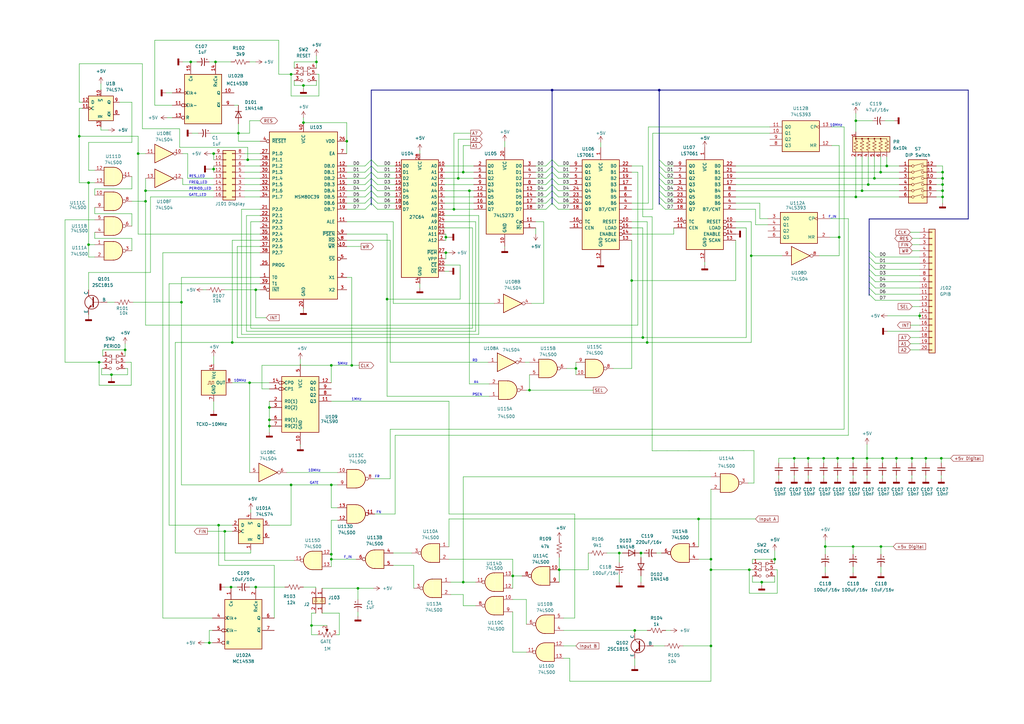
<source format=kicad_sch>
(kicad_sch (version 20230121) (generator eeschema)
  (paper "A3")
  (title_block (title "FCO 1220 Main") (date "2023-06-14") (rev "1.0") (company "radioman"))
  (junction (at 291.592 264.922))
  (junction (at 97.79 54.61))
  (junction (at 355.6 187.96))
  (junction (at 265.43 140.462))
  (junction (at 102.362 156.972))
  (junction (at 135.89 227.33))
  (junction (at 291.592 233.68))
  (junction (at 358.648 73.152))
  (junction (at 135.89 149.86))
  (junction (at 187.96 73.152))
  (junction (at 135.89 229.362))
  (junction (at 367.665 187.96))
  (junction (at 353.568 78.232))
  (junction (at 386.588 75.692))
  (junction (at 386.588 80.772))
  (junction (at 351.028 49.53))
  (junction (at 361.315 224.155))
  (junction (at 361.95 187.96))
  (junction (at 236.22 151.13))
  (junction (at 363.728 68.072))
  (junction (at 129.794 25.4))
  (junction (at 259.08 115.062))
  (junction (at 260.35 258.572))
  (junction (at 119.38 30.48))
  (junction (at 124.46 50.292))
  (junction (at 386.588 73.152))
  (junction (at 127.762 256.54))
  (junction (at 32.512 55.88))
  (junction (at 85.852 263.652))
  (junction (at 146.812 241.3))
  (junction (at 51.308 143.51))
  (junction (at 135.89 198.882))
  (junction (at 40.64 148.59))
  (junction (at 45.72 153.67))
  (junction (at 59.69 82.55))
  (junction (at 307.34 233.68))
  (junction (at 89.662 215.392))
  (junction (at 337.82 187.96))
  (junction (at 104.902 118.872))
  (junction (at 142.24 57.912))
  (junction (at 386.588 70.612))
  (junction (at 182.88 97.282))
  (junction (at 361.188 70.612))
  (junction (at 379.73 187.96))
  (junction (at 226.441 36.957))
  (junction (at 286.512 212.852))
  (junction (at 78.232 25.4))
  (junction (at 338.455 224.155))
  (junction (at 119.38 198.882))
  (junction (at 229.362 233.68))
  (junction (at 331.47 187.96))
  (junction (at 56.642 62.992))
  (junction (at 325.755 187.96))
  (junction (at 262.89 226.822))
  (junction (at 210.312 236.22))
  (junction (at 104.902 240.792))
  (junction (at 349.885 187.96))
  (junction (at 74.422 123.952))
  (junction (at 351.028 80.772))
  (junction (at 312.42 238.76))
  (junction (at 254 226.822))
  (junction (at 317.754 229.362))
  (junction (at 349.885 224.155))
  (junction (at 186.182 85.852))
  (junction (at 36.322 100.33))
  (junction (at 356.108 75.692))
  (junction (at 217.17 160.02))
  (junction (at 59.69 78.232))
  (junction (at 344.17 97.282))
  (junction (at 124.46 35.052))
  (junction (at 343.535 187.96))
  (junction (at 263.652 138.43))
  (junction (at 87.63 62.992))
  (junction (at 189.992 238.76))
  (junction (at 88.392 25.4))
  (junction (at 95.25 140.462))
  (junction (at 386.08 187.96))
  (junction (at 101.6 65.532))
  (junction (at 110.49 174.752))
  (junction (at 94.742 240.792))
  (junction (at 110.49 172.212))
  (junction (at 144.272 149.86))
  (junction (at 36.322 74.93))
  (junction (at 291.592 229.362))
  (junction (at 158.75 122.682))
  (junction (at 308.102 104.902))
  (junction (at 192.532 78.232))
  (junction (at 182.88 103.632))
  (junction (at 92.202 217.932))
  (junction (at 87.63 69.342))
  (junction (at 377.19 129.54))
  (junction (at 110.49 167.132))
  (junction (at 270.383 36.957))
  (junction (at 386.588 78.232))
  (junction (at 189.992 70.612))
  (junction (at 374.015 187.96))
  (bus_entry (at 152.273 75.692) (size 2.54 2.54))
  (bus_entry (at 149.733 80.772) (size 2.54 -2.54))
  (bus_entry (at 223.901 78.232) (size 2.54 -2.54))
  (bus_entry (at 152.273 78.232) (size 2.54 2.54))
  (bus_entry (at 152.273 70.612) (size 2.54 2.54))
  (bus_entry (at 270.383 65.532) (size 2.54 2.54))
  (bus_entry (at 152.273 80.772) (size 2.54 2.54))
  (bus_entry (at 270.383 78.232) (size 2.54 2.54))
  (bus_entry (at 223.901 75.692) (size 2.54 -2.54))
  (bus_entry (at 356.489 120.65) (size 2.54 2.54))
  (bus_entry (at 226.441 83.312) (size 2.54 2.54))
  (bus_entry (at 223.901 68.072) (size 2.54 -2.54))
  (bus_entry (at 223.901 70.612) (size 2.54 -2.54))
  (bus_entry (at 149.733 85.852) (size 2.54 -2.54))
  (bus_entry (at 149.733 78.232) (size 2.54 -2.54))
  (bus_entry (at 226.441 68.072) (size 2.54 2.54))
  (bus_entry (at 356.489 113.03) (size 2.54 2.54))
  (bus_entry (at 270.383 73.152) (size 2.54 2.54))
  (bus_entry (at 270.383 75.692) (size 2.54 2.54))
  (bus_entry (at 226.441 78.232) (size 2.54 2.54))
  (bus_entry (at 152.273 73.152) (size 2.54 2.54))
  (bus_entry (at 223.901 73.152) (size 2.54 -2.54))
  (bus_entry (at 223.901 80.772) (size 2.54 -2.54))
  (bus_entry (at 152.273 68.072) (size 2.54 2.54))
  (bus_entry (at 152.273 83.312) (size 2.54 2.54))
  (bus_entry (at 149.733 70.612) (size 2.54 -2.54))
  (bus_entry (at 223.901 85.852) (size 2.54 -2.54))
  (bus_entry (at 149.733 73.152) (size 2.54 -2.54))
  (bus_entry (at 226.441 75.692) (size 2.54 2.54))
  (bus_entry (at 270.383 80.772) (size 2.54 2.54))
  (bus_entry (at 270.383 70.612) (size 2.54 2.54))
  (bus_entry (at 356.489 102.87) (size 2.54 2.54))
  (bus_entry (at 270.383 68.072) (size 2.54 2.54))
  (bus_entry (at 356.489 105.41) (size 2.54 2.54))
  (bus_entry (at 356.489 110.49) (size 2.54 2.54))
  (bus_entry (at 226.441 65.532) (size 2.54 2.54))
  (bus_entry (at 149.733 68.072) (size 2.54 -2.54))
  (bus_entry (at 149.733 83.312) (size 2.54 -2.54))
  (bus_entry (at 270.383 83.312) (size 2.54 2.54))
  (bus_entry (at 223.901 83.312) (size 2.54 -2.54))
  (bus_entry (at 226.441 80.772) (size 2.54 2.54))
  (bus_entry (at 149.733 75.692) (size 2.54 -2.54))
  (bus_entry (at 226.441 70.612) (size 2.54 2.54))
  (bus_entry (at 356.489 118.11) (size 2.54 2.54))
  (bus_entry (at 356.489 107.95) (size 2.54 2.54))
  (bus_entry (at 152.273 65.532) (size 2.54 2.54))
  (bus_entry (at 226.441 73.152) (size 2.54 2.54))
  (bus_entry (at 356.489 115.57) (size 2.54 2.54))
  (bus (pts (xy 356.489 115.57) (xy 356.489 113.03)))
  (wire (pts (xy 59.69 73.152) (xy 59.69 78.232)))
  (wire (pts (xy 259.08 70.612) (xy 261.62 70.612)))
  (wire (pts (xy 56.642 62.992) (xy 56.642 96.012)))
  (wire (pts (xy 76.962 73.152) (xy 87.63 73.152)))
  (bus (pts (xy 356.489 118.11) (xy 356.489 115.57)))
  (wire (pts (xy 200.66 157.48) (xy 192.532 157.48)))
  (wire (pts (xy 196.342 88.392) (xy 196.342 137.16)))
  (wire (pts (xy 359.029 123.19) (xy 377.19 123.19)))
  (wire (pts (xy 61.722 80.772) (xy 87.63 80.772)))
  (wire (pts (xy 142.24 113.792) (xy 144.272 113.792)))
  (wire (pts (xy 42.164 151.13) (xy 41.656 151.13)))
  (wire (pts (xy 343.535 189.865) (xy 343.535 187.96)))
  (wire (pts (xy 123.19 147.32) (xy 123.19 149.352)))
  (wire (pts (xy 184.912 243.84) (xy 189.992 243.84)))
  (bus (pts (xy 356.489 113.03) (xy 356.489 110.49)))
  (wire (pts (xy 259.08 68.072) (xy 263.652 68.072)))
  (wire (pts (xy 95.25 156.972) (xy 102.362 156.972)))
  (bus (pts (xy 226.441 78.232) (xy 226.441 80.772)))
  (wire (pts (xy 36.322 111.76) (xy 61.722 111.76)))
  (wire (pts (xy 373.38 143.51) (xy 377.19 143.51)))
  (wire (pts (xy 97.282 101.092) (xy 97.282 138.43)))
  (wire (pts (xy 262.89 226.822) (xy 264.16 226.822)))
  (wire (pts (xy 373.38 95.25) (xy 377.19 95.25)))
  (wire (pts (xy 184.912 238.76) (xy 189.992 238.76)))
  (wire (pts (xy 38.862 85.09) (xy 38.862 87.63)))
  (wire (pts (xy 36.322 100.33) (xy 38.862 100.33)))
  (wire (pts (xy 102.87 226.822) (xy 102.87 225.552)))
  (bus (pts (xy 356.489 105.41) (xy 356.489 102.87)))
  (wire (pts (xy 182.88 97.282) (xy 182.88 98.552)))
  (wire (pts (xy 386.588 78.232) (xy 386.588 80.772)))
  (wire (pts (xy 373.38 133.35) (xy 377.19 133.35)))
  (bus (pts (xy 270.383 73.152) (xy 270.383 75.692)))
  (bus (pts (xy 152.273 75.692) (xy 152.273 73.152)))
  (wire (pts (xy 269.24 226.822) (xy 271.272 226.822)))
  (wire (pts (xy 142.24 57.912) (xy 142.24 62.992)))
  (wire (pts (xy 138.43 213.36) (xy 135.89 213.36)))
  (wire (pts (xy 97.79 54.61) (xy 102.362 54.61)))
  (wire (pts (xy 135.89 208.28) (xy 138.43 208.28)))
  (wire (pts (xy 259.08 96.012) (xy 276.352 96.012)))
  (bus (pts (xy 356.489 118.11) (xy 356.489 120.65)))
  (wire (pts (xy 85.852 258.572) (xy 85.852 263.652)))
  (wire (pts (xy 36.322 69.85) (xy 38.862 69.85)))
  (wire (pts (xy 309.245 198.12) (xy 306.832 198.12)))
  (wire (pts (xy 228.981 85.852) (xy 233.68 85.852)))
  (wire (pts (xy 309.88 92.202) (xy 309.88 85.852)))
  (wire (pts (xy 359.029 110.49) (xy 377.19 110.49)))
  (wire (pts (xy 188.722 108.712) (xy 188.722 122.682)))
  (wire (pts (xy 182.372 68.072) (xy 194.31 68.072)))
  (wire (pts (xy 74.422 198.882) (xy 119.38 198.882)))
  (wire (pts (xy 317.754 233.68) (xy 318.77 233.68)))
  (wire (pts (xy 101.6 65.532) (xy 106.68 65.532)))
  (wire (pts (xy 102.362 156.972) (xy 110.49 156.972)))
  (wire (pts (xy 338.455 224.155) (xy 349.885 224.155)))
  (wire (pts (xy 68.072 38.1) (xy 70.612 38.1)))
  (wire (pts (xy 349.885 227.33) (xy 349.885 224.155)))
  (wire (pts (xy 359.029 120.65) (xy 377.19 120.65)))
  (wire (pts (xy 46.99 123.952) (xy 43.942 123.952)))
  (bus (pts (xy 270.383 75.692) (xy 270.383 78.232)))
  (wire (pts (xy 331.47 187.96) (xy 337.82 187.96)))
  (wire (pts (xy 153.67 210.82) (xy 162.052 210.82)))
  (wire (pts (xy 359.029 118.11) (xy 377.19 118.11)))
  (wire (pts (xy 259.08 85.852) (xy 267.716 85.852)))
  (wire (pts (xy 259.08 115.062) (xy 259.08 151.13)))
  (wire (pts (xy 123.19 182.372) (xy 123.19 182.88)))
  (wire (pts (xy 160.02 98.552) (xy 160.02 148.59)))
  (bus (pts (xy 270.383 80.772) (xy 270.383 83.312)))
  (wire (pts (xy 338.455 224.155) (xy 338.455 227.33)))
  (wire (pts (xy 85.852 25.4) (xy 88.392 25.4)))
  (wire (pts (xy 232.41 151.13) (xy 236.22 151.13)))
  (bus (pts (xy 226.441 83.312) (xy 226.441 83.82)))
  (wire (pts (xy 102.87 209.042) (xy 102.87 210.312)))
  (wire (pts (xy 231.14 264.922) (xy 236.22 264.922)))
  (wire (pts (xy 106.68 98.552) (xy 95.25 98.552)))
  (wire (pts (xy 265.938 52.07) (xy 315.722 52.07)))
  (wire (pts (xy 235.712 210.82) (xy 184.15 210.82)))
  (wire (pts (xy 308.61 238.76) (xy 312.42 238.76)))
  (wire (pts (xy 344.17 97.282) (xy 340.36 97.282)))
  (bus (pts (xy 152.273 73.152) (xy 152.273 70.612)))
  (wire (pts (xy 182.372 93.472) (xy 193.802 93.472)))
  (wire (pts (xy 58.42 52.832) (xy 73.66 52.832)))
  (wire (pts (xy 106.68 49.53) (xy 102.362 49.53)))
  (wire (pts (xy 272.923 73.152) (xy 276.352 73.152)))
  (wire (pts (xy 379.73 187.96) (xy 386.08 187.96)))
  (wire (pts (xy 210.312 267.462) (xy 215.9 267.462)))
  (wire (pts (xy 272.923 78.232) (xy 276.352 78.232)))
  (wire (pts (xy 85.852 69.342) (xy 87.63 69.342)))
  (wire (pts (xy 106.68 57.912) (xy 97.79 57.912)))
  (wire (pts (xy 186.182 54.61) (xy 193.04 54.61)))
  (wire (pts (xy 273.05 258.572) (xy 275.082 258.572)))
  (wire (pts (xy 73.66 60.452) (xy 73.66 52.832)))
  (wire (pts (xy 355.6 182.245) (xy 355.6 187.96)))
  (wire (pts (xy 135.89 229.362) (xy 135.89 232.41)))
  (wire (pts (xy 219.71 75.692) (xy 223.901 75.692)))
  (wire (pts (xy 236.22 151.13) (xy 236.22 153.67)))
  (wire (pts (xy 349.885 194.945) (xy 349.885 196.215)))
  (wire (pts (xy 215.9 256.032) (xy 215.9 245.872)))
  (wire (pts (xy 254 226.822) (xy 255.27 226.822)))
  (wire (pts (xy 361.315 224.155) (xy 366.395 224.155)))
  (wire (pts (xy 384.048 75.692) (xy 386.588 75.692)))
  (wire (pts (xy 162.052 178.562) (xy 347.98 178.562)))
  (wire (pts (xy 78.74 54.61) (xy 81.28 54.61)))
  (wire (pts (xy 361.95 194.945) (xy 361.95 196.215)))
  (wire (pts (xy 102.362 240.792) (xy 104.902 240.792)))
  (wire (pts (xy 306.07 93.472) (xy 306.07 138.43)))
  (wire (pts (xy 301.752 68.072) (xy 363.728 68.072)))
  (wire (pts (xy 386.588 75.692) (xy 386.588 78.232)))
  (wire (pts (xy 374.015 187.96) (xy 374.015 189.865)))
  (wire (pts (xy 87.63 146.05) (xy 87.63 149.352)))
  (wire (pts (xy 182.372 73.152) (xy 187.96 73.152)))
  (wire (pts (xy 355.6 194.945) (xy 355.6 196.215)))
  (wire (pts (xy 135.89 149.86) (xy 135.89 156.972)))
  (wire (pts (xy 38.862 90.17) (xy 26.67 90.17)))
  (wire (pts (xy 74.422 123.952) (xy 74.422 198.882)))
  (wire (pts (xy 142.24 85.852) (xy 149.733 85.852)))
  (wire (pts (xy 301.752 70.612) (xy 361.188 70.612)))
  (wire (pts (xy 286.512 212.852) (xy 286.512 224.282)))
  (wire (pts (xy 236.22 148.59) (xy 236.22 151.13)))
  (wire (pts (xy 101.6 60.452) (xy 101.6 65.532)))
  (wire (pts (xy 109.22 130.302) (xy 104.902 130.302)))
  (wire (pts (xy 100.33 68.072) (xy 106.68 68.072)))
  (wire (pts (xy 347.98 89.662) (xy 340.36 89.662)))
  (wire (pts (xy 106.68 116.332) (xy 69.342 116.332)))
  (wire (pts (xy 40.64 157.988) (xy 40.64 148.59)))
  (wire (pts (xy 363.982 135.89) (xy 377.19 135.89)))
  (wire (pts (xy 120.65 27.94) (xy 120.65 25.4)))
  (wire (pts (xy 386.588 80.772) (xy 384.048 80.772)))
  (bus (pts (xy 270.383 68.072) (xy 270.383 70.612)))
  (wire (pts (xy 51.308 140.97) (xy 51.308 143.51)))
  (wire (pts (xy 74.93 75.692) (xy 87.63 75.692)))
  (wire (pts (xy 228.981 70.612) (xy 233.68 70.612)))
  (wire (pts (xy 135.89 208.28) (xy 135.89 198.882)))
  (wire (pts (xy 347.98 178.562) (xy 347.98 89.662)))
  (wire (pts (xy 110.49 172.212) (xy 110.49 174.752)))
  (wire (pts (xy 219.71 85.852) (xy 223.901 85.852)))
  (bus (pts (xy 397.129 89.789) (xy 397.129 36.957)))
  (wire (pts (xy 291.592 233.68) (xy 291.592 264.922)))
  (wire (pts (xy 217.17 160.02) (xy 215.9 160.02)))
  (wire (pts (xy 139.192 251.46) (xy 139.192 260.35)))
  (wire (pts (xy 351.028 49.53) (xy 351.028 54.102)))
  (wire (pts (xy 45.72 153.67) (xy 45.72 154.94)))
  (wire (pts (xy 325.755 187.96) (xy 331.47 187.96)))
  (wire (pts (xy 95.25 217.932) (xy 92.202 217.932)))
  (wire (pts (xy 351.028 49.53) (xy 357.886 49.53)))
  (wire (pts (xy 359.029 113.03) (xy 377.19 113.03)))
  (wire (pts (xy 359.029 115.57) (xy 377.19 115.57)))
  (wire (pts (xy 83.312 118.872) (xy 84.582 118.872)))
  (wire (pts (xy 286.512 229.362) (xy 291.592 229.362)))
  (wire (pts (xy 106.68 88.392) (xy 101.092 88.392)))
  (wire (pts (xy 301.752 78.232) (xy 353.568 78.232)))
  (wire (pts (xy 182.372 83.312) (xy 194.31 83.312)))
  (wire (pts (xy 228.981 68.072) (xy 233.68 68.072)))
  (wire (pts (xy 36.322 100.33) (xy 36.322 105.41)))
  (wire (pts (xy 325.755 194.945) (xy 325.755 196.215)))
  (wire (pts (xy 189.992 248.412) (xy 189.992 243.84)))
  (bus (pts (xy 270.383 70.612) (xy 270.383 73.152)))
  (wire (pts (xy 355.6 187.96) (xy 355.6 189.865)))
  (wire (pts (xy 38.862 77.47) (xy 38.862 80.01)))
  (wire (pts (xy 26.67 90.17) (xy 26.67 148.59)))
  (wire (pts (xy 142.24 98.552) (xy 160.02 98.552)))
  (wire (pts (xy 289.052 107.442) (xy 289.052 108.712)))
  (wire (pts (xy 359.029 107.95) (xy 377.19 107.95)))
  (wire (pts (xy 119.38 39.37) (xy 119.38 30.48)))
  (wire (pts (xy 318.77 233.68) (xy 318.77 243.332)))
  (wire (pts (xy 89.662 215.392) (xy 95.25 215.392)))
  (wire (pts (xy 135.89 198.882) (xy 138.43 198.882)))
  (wire (pts (xy 104.902 240.792) (xy 116.84 240.792)))
  (wire (pts (xy 374.142 97.79) (xy 377.19 97.79)))
  (wire (pts (xy 87.122 258.572) (xy 85.852 258.572)))
  (wire (pts (xy 146.812 241.3) (xy 132.08 241.3)))
  (wire (pts (xy 102.87 226.822) (xy 71.882 226.822)))
  (bus (pts (xy 356.489 121.158) (xy 356.489 120.65)))
  (wire (pts (xy 44.45 53.34) (xy 41.402 53.34)))
  (wire (pts (xy 40.64 157.988) (xy 53.848 157.988)))
  (wire (pts (xy 161.29 124.46) (xy 202.692 124.46)))
  (wire (pts (xy 189.992 195.58) (xy 189.992 238.76)))
  (wire (pts (xy 182.88 96.012) (xy 182.88 97.282)))
  (wire (pts (xy 89.662 231.902) (xy 89.662 215.392)))
  (wire (pts (xy 182.88 103.632) (xy 184.15 103.632)))
  (wire (pts (xy 182.88 103.632) (xy 182.372 103.632)))
  (wire (pts (xy 228.981 75.692) (xy 233.68 75.692)))
  (wire (pts (xy 219.71 73.152) (xy 223.901 73.152)))
  (wire (pts (xy 228.981 80.772) (xy 233.68 80.772)))
  (wire (pts (xy 129.794 35.052) (xy 129.794 33.02)))
  (wire (pts (xy 374.142 100.33) (xy 377.19 100.33)))
  (wire (pts (xy 54.102 82.55) (xy 59.69 82.55)))
  (wire (pts (xy 124.46 35.052) (xy 124.46 36.322)))
  (wire (pts (xy 66.802 103.632) (xy 106.68 103.632)))
  (wire (pts (xy 359.029 105.41) (xy 377.19 105.41)))
  (wire (pts (xy 182.372 70.612) (xy 189.992 70.612)))
  (wire (pts (xy 54.102 72.39) (xy 54.102 77.47)))
  (wire (pts (xy 161.29 226.822) (xy 168.91 226.822)))
  (wire (pts (xy 308.61 236.22) (xy 308.61 238.76)))
  (wire (pts (xy 267.716 54.61) (xy 315.722 54.61)))
  (wire (pts (xy 384.048 73.152) (xy 386.588 73.152)))
  (wire (pts (xy 193.802 134.62) (xy 102.87 134.62)))
  (wire (pts (xy 193.802 93.472) (xy 193.802 134.62)))
  (wire (pts (xy 119.38 30.48) (xy 120.65 30.48)))
  (wire (pts (xy 36.322 129.032) (xy 36.322 129.54)))
  (wire (pts (xy 120.65 33.02) (xy 120.65 35.052)))
  (wire (pts (xy 100.33 62.992) (xy 106.68 62.992)))
  (wire (pts (xy 265.43 90.932) (xy 259.08 90.932)))
  (wire (pts (xy 344.17 97.282) (xy 344.17 104.902)))
  (wire (pts (xy 42.164 143.51) (xy 42.164 146.05)))
  (wire (pts (xy 263.652 93.472) (xy 263.652 138.43)))
  (wire (pts (xy 182.372 78.232) (xy 192.532 78.232)))
  (wire (pts (xy 182.372 88.392) (xy 196.342 88.392)))
  (wire (pts (xy 217.17 160.02) (xy 243.332 160.02)))
  (wire (pts (xy 346.202 52.07) (xy 341.122 52.07)))
  (wire (pts (xy 262.89 226.822) (xy 262.89 228.6)))
  (wire (pts (xy 154.813 85.852) (xy 162.052 85.852)))
  (wire (pts (xy 127.762 260.35) (xy 130.302 260.35)))
  (wire (pts (xy 286.512 212.852) (xy 309.88 212.852)))
  (wire (pts (xy 301.752 115.062) (xy 301.752 98.552)))
  (wire (pts (xy 379.73 187.96) (xy 379.73 189.865)))
  (wire (pts (xy 384.048 68.072) (xy 386.588 68.072)))
  (wire (pts (xy 291.592 233.68) (xy 307.34 233.68)))
  (wire (pts (xy 110.49 167.132) (xy 110.49 172.212)))
  (wire (pts (xy 36.322 118.872) (xy 36.322 111.76)))
  (wire (pts (xy 319.405 187.96) (xy 319.405 189.865)))
  (wire (pts (xy 319.405 194.945) (xy 319.405 196.215)))
  (wire (pts (xy 61.722 111.76) (xy 61.722 80.772)))
  (wire (pts (xy 142.24 96.012) (xy 158.75 96.012)))
  (wire (pts (xy 272.923 80.772) (xy 276.352 80.772)))
  (wire (pts (xy 102.87 90.932) (xy 102.87 134.62)))
  (wire (pts (xy 154.813 80.772) (xy 162.052 80.772)))
  (wire (pts (xy 337.82 187.96) (xy 337.82 189.865)))
  (wire (pts (xy 377.19 128.27) (xy 377.19 129.54)))
  (wire (pts (xy 291.592 200.66) (xy 291.592 229.362)))
  (wire (pts (xy 169.672 241.3) (xy 169.672 231.902)))
  (wire (pts (xy 263.652 88.9) (xy 267.462 88.9)))
  (wire (pts (xy 301.752 85.852) (xy 309.88 85.852)))
  (wire (pts (xy 129.54 240.792) (xy 129.54 241.3)))
  (wire (pts (xy 210.312 250.952) (xy 210.312 267.462)))
  (wire (pts (xy 301.752 75.692) (xy 356.108 75.692)))
  (wire (pts (xy 54.102 87.63) (xy 54.102 92.71)))
  (wire (pts (xy 58.42 26.162) (xy 58.42 52.832)))
  (wire (pts (xy 233.68 270.002) (xy 233.68 279.4)))
  (wire (pts (xy 338.455 232.41) (xy 338.455 234.95)))
  (wire (pts (xy 129.794 22.86) (xy 129.794 25.4)))
  (wire (pts (xy 265.43 140.462) (xy 265.43 90.932)))
  (wire (pts (xy 346.202 176.022) (xy 346.202 52.07)))
  (wire (pts (xy 110.49 159.512) (xy 107.442 159.512)))
  (wire (pts (xy 83.82 263.652) (xy 85.852 263.652)))
  (wire (pts (xy 95.25 98.552) (xy 95.25 140.462)))
  (wire (pts (xy 100.33 65.532) (xy 101.6 65.532)))
  (wire (pts (xy 210.312 236.22) (xy 210.312 241.3)))
  (wire (pts (xy 361.95 187.96) (xy 361.95 189.865)))
  (wire (pts (xy 172.212 116.332) (xy 172.212 118.11)))
  (wire (pts (xy 52.324 151.13) (xy 52.324 153.67)))
  (wire (pts (xy 38.862 87.63) (xy 54.102 87.63)))
  (wire (pts (xy 308.61 231.14) (xy 308.61 229.362)))
  (wire (pts (xy 307.34 243.332) (xy 307.34 233.68)))
  (wire (pts (xy 267.462 184.912) (xy 309.245 184.785)))
  (wire (pts (xy 229.362 233.68) (xy 229.362 238.76)))
  (bus (pts (xy 270.383 78.232) (xy 270.383 80.772)))
  (wire (pts (xy 223.012 90.932) (xy 219.71 90.932)))
  (bus (pts (xy 356.489 89.789) (xy 356.489 102.87)))
  (wire (pts (xy 349.885 187.96) (xy 355.6 187.96)))
  (wire (pts (xy 319.405 187.96) (xy 325.755 187.96)))
  (wire (pts (xy 88.392 25.4) (xy 94.742 25.4)))
  (wire (pts (xy 210.312 236.22) (xy 214.122 236.22)))
  (wire (pts (xy 76.962 62.992) (xy 76.962 73.152)))
  (wire (pts (xy 142.24 75.692) (xy 149.733 75.692)))
  (wire (pts (xy 153.162 241.3) (xy 146.812 241.3)))
  (wire (pts (xy 124.46 35.052) (xy 129.794 35.052)))
  (wire (pts (xy 51.308 146.05) (xy 51.308 143.51)))
  (wire (pts (xy 280.162 264.922) (xy 291.592 264.922)))
  (bus (pts (xy 152.273 68.072) (xy 152.273 65.532)))
  (wire (pts (xy 186.182 54.61) (xy 186.182 85.852)))
  (wire (pts (xy 331.47 194.945) (xy 331.47 196.215)))
  (wire (pts (xy 101.092 135.89) (xy 195.072 135.89)))
  (wire (pts (xy 260.35 270.002) (xy 260.35 273.05)))
  (wire (pts (xy 110.49 215.392) (xy 119.38 215.392)))
  (wire (pts (xy 112.522 231.902) (xy 112.522 253.492)))
  (wire (pts (xy 102.362 25.4) (xy 104.902 25.4)))
  (wire (pts (xy 318.77 243.332) (xy 307.34 243.332)))
  (wire (pts (xy 301.752 80.772) (xy 351.028 80.772)))
  (wire (pts (xy 189.992 238.76) (xy 195.072 238.76)))
  (bus (pts (xy 152.273 80.772) (xy 152.273 83.312)))
  (wire (pts (xy 265.938 52.07) (xy 265.938 83.312)))
  (wire (pts (xy 134.112 256.54) (xy 127.762 256.54)))
  (wire (pts (xy 188.722 122.682) (xy 158.75 122.682)))
  (wire (pts (xy 144.272 149.86) (xy 135.89 149.86)))
  (bus (pts (xy 226.441 80.772) (xy 226.441 83.312)))
  (bus (pts (xy 152.273 36.957) (xy 152.273 65.532)))
  (wire (pts (xy 184.15 229.362) (xy 210.312 229.362)))
  (wire (pts (xy 263.652 138.43) (xy 306.07 138.43)))
  (wire (pts (xy 195.072 135.89) (xy 195.072 90.932)))
  (wire (pts (xy 182.372 90.932) (xy 195.072 90.932)))
  (wire (pts (xy 374.015 194.945) (xy 374.015 196.215)))
  (wire (pts (xy 184.15 212.852) (xy 286.512 212.852)))
  (wire (pts (xy 154.813 83.312) (xy 162.052 83.312)))
  (wire (pts (xy 172.212 61.722) (xy 172.212 62.992)))
  (wire (pts (xy 100.33 78.232) (xy 106.68 78.232)))
  (wire (pts (xy 317.754 229.362) (xy 317.754 231.14)))
  (wire (pts (xy 386.588 68.072) (xy 386.588 70.612)))
  (wire (pts (xy 100.33 75.692) (xy 106.68 75.692)))
  (wire (pts (xy 117.602 193.802) (xy 138.43 193.802)))
  (wire (pts (xy 231.14 258.572) (xy 260.35 258.572)))
  (wire (pts (xy 254 226.822) (xy 254 230.632)))
  (wire (pts (xy 182.372 98.552) (xy 182.88 98.552)))
  (wire (pts (xy 246.38 58.42) (xy 246.38 60.452)))
  (wire (pts (xy 363.728 68.072) (xy 368.808 68.072)))
  (wire (pts (xy 54.102 97.79) (xy 38.862 97.79)))
  (wire (pts (xy 308.61 229.362) (xy 317.754 229.362)))
  (wire (pts (xy 351.028 64.262) (xy 351.028 80.772)))
  (wire (pts (xy 367.665 187.96) (xy 367.665 189.865)))
  (wire (pts (xy 71.882 226.822) (xy 71.882 140.462)))
  (bus (pts (xy 270.383 83.312) (xy 270.383 83.82)))
  (wire (pts (xy 219.71 78.232) (xy 223.901 78.232)))
  (wire (pts (xy 358.648 64.262) (xy 358.648 73.152)))
  (wire (pts (xy 317.754 225.806) (xy 317.754 229.362)))
  (wire (pts (xy 66.802 103.632) (xy 66.802 253.492)))
  (wire (pts (xy 87.63 69.342) (xy 87.63 70.612)))
  (wire (pts (xy 361.188 64.262) (xy 361.188 70.612)))
  (wire (pts (xy 343.535 194.945) (xy 343.535 196.215)))
  (wire (pts (xy 69.342 116.332) (xy 69.342 215.392)))
  (wire (pts (xy 215.392 148.59) (xy 217.17 148.59)))
  (wire (pts (xy 267.716 85.852) (xy 267.716 54.61)))
  (wire (pts (xy 265.43 140.462) (xy 308.102 140.462)))
  (wire (pts (xy 379.73 194.945) (xy 379.73 196.215)))
  (wire (pts (xy 217.17 160.02) (xy 217.17 153.67)))
  (wire (pts (xy 182.88 103.632) (xy 182.88 106.172)))
  (wire (pts (xy 102.362 156.972) (xy 102.362 193.802)))
  (wire (pts (xy 142.24 73.152) (xy 149.733 73.152)))
  (wire (pts (xy 102.362 49.53) (xy 102.362 54.61)))
  (wire (pts (xy 99.06 85.852) (xy 99.06 137.16)))
  (wire (pts (xy 182.372 111.252) (xy 184.15 111.252)))
  (wire (pts (xy 272.923 70.612) (xy 276.352 70.612)))
  (wire (pts (xy 45.72 153.67) (xy 52.324 153.67)))
  (wire (pts (xy 135.89 229.362) (xy 146.05 229.362)))
  (wire (pts (xy 367.665 187.96) (xy 374.015 187.96)))
  (wire (pts (xy 107.442 159.512) (xy 107.442 149.86)))
  (wire (pts (xy 85.852 263.652) (xy 87.122 263.652)))
  (wire (pts (xy 241.3 226.822) (xy 241.3 233.68)))
  (wire (pts (xy 267.462 88.9) (xy 267.462 184.912)))
  (wire (pts (xy 142.24 101.092) (xy 148.082 101.092)))
  (wire (pts (xy 38.862 97.79) (xy 38.862 95.25)))
  (wire (pts (xy 228.981 83.312) (xy 233.68 83.312)))
  (wire (pts (xy 100.33 73.152) (xy 106.68 73.152)))
  (wire (pts (xy 187.96 73.152) (xy 194.31 73.152)))
  (wire (pts (xy 119.38 198.882) (xy 135.89 198.882)))
  (wire (pts (xy 54.61 123.952) (xy 74.422 123.952)))
  (wire (pts (xy 307.34 233.68) (xy 308.61 233.68)))
  (wire (pts (xy 36.322 74.93) (xy 36.322 100.33)))
  (wire (pts (xy 259.08 115.062) (xy 301.752 115.062)))
  (wire (pts (xy 265.938 83.312) (xy 259.08 83.312)))
  (wire (pts (xy 120.65 35.052) (xy 124.46 35.052)))
  (wire (pts (xy 106.68 85.852) (xy 99.06 85.852)))
  (wire (pts (xy 182.372 80.772) (xy 194.31 80.772)))
  (wire (pts (xy 54.102 102.87) (xy 54.102 97.79)))
  (wire (pts (xy 207.01 57.912) (xy 207.01 60.452)))
  (wire (pts (xy 182.372 85.852) (xy 186.182 85.852)))
  (wire (pts (xy 337.82 187.96) (xy 343.535 187.96)))
  (wire (pts (xy 386.588 73.152) (xy 386.588 75.692)))
  (wire (pts (xy 219.71 68.072) (xy 223.901 68.072)))
  (wire (pts (xy 160.02 196.342) (xy 153.67 196.342)))
  (wire (pts (xy 325.755 187.96) (xy 325.755 189.865)))
  (wire (pts (xy 154.813 73.152) (xy 162.052 73.152)))
  (wire (pts (xy 231.14 253.492) (xy 235.712 253.492)))
  (wire (pts (xy 241.3 233.68) (xy 229.362 233.68)))
  (bus (pts (xy 152.273 36.957) (xy 226.441 36.957)))
  (wire (pts (xy 101.092 88.392) (xy 101.092 135.89)))
  (wire (pts (xy 162.052 210.82) (xy 162.052 178.562)))
  (wire (pts (xy 142.24 80.772) (xy 149.733 80.772)))
  (wire (pts (xy 229.362 228.6) (xy 229.362 233.68)))
  (wire (pts (xy 41.656 151.13) (xy 41.656 153.67)))
  (wire (pts (xy 291.592 195.58) (xy 189.992 195.58)))
  (wire (pts (xy 160.02 176.022) (xy 346.202 176.022)))
  (wire (pts (xy 144.272 113.792) (xy 144.272 149.86)))
  (wire (pts (xy 228.981 73.152) (xy 233.68 73.152)))
  (wire (pts (xy 353.568 64.262) (xy 353.568 78.232)))
  (wire (pts (xy 361.315 224.155) (xy 349.885 224.155)))
  (wire (pts (xy 107.442 149.86) (xy 135.89 149.86)))
  (wire (pts (xy 53.848 148.59) (xy 53.848 157.988)))
  (wire (pts (xy 114.3 16.51) (xy 114.3 30.48)))
  (wire (pts (xy 291.592 264.922) (xy 291.592 279.4)))
  (wire (pts (xy 361.188 70.612) (xy 368.808 70.612)))
  (wire (pts (xy 362.966 49.53) (xy 366.776 49.53)))
  (wire (pts (xy 158.75 162.56) (xy 200.66 162.56)))
  (wire (pts (xy 158.75 96.012) (xy 158.75 122.682)))
  (wire (pts (xy 192.532 78.232) (xy 194.31 78.232)))
  (wire (pts (xy 70.612 43.18) (xy 63.5 43.18)))
  (wire (pts (xy 344.17 59.69) (xy 344.17 97.282)))
  (wire (pts (xy 309.245 184.785) (xy 309.245 198.12)))
  (wire (pts (xy 87.63 78.232) (xy 59.69 78.232)))
  (wire (pts (xy 219.71 83.312) (xy 223.901 83.312)))
  (wire (pts (xy 154.813 68.072) (xy 162.052 68.072)))
  (wire (pts (xy 251.46 151.13) (xy 259.08 151.13)))
  (wire (pts (xy 32.512 55.88) (xy 32.512 74.93)))
  (wire (pts (xy 104.902 118.872) (xy 106.68 118.872)))
  (wire (pts (xy 361.315 232.41) (xy 361.315 234.95)))
  (wire (pts (xy 92.202 118.872) (xy 104.902 118.872)))
  (wire (pts (xy 32.512 41.91) (xy 33.782 41.91)))
  (wire (pts (xy 384.048 78.232) (xy 386.588 78.232)))
  (wire (pts (xy 63.5 16.51) (xy 114.3 16.51)))
  (wire (pts (xy 272.923 85.852) (xy 276.352 85.852)))
  (wire (pts (xy 331.47 187.96) (xy 331.47 189.865)))
  (wire (pts (xy 32.512 44.45) (xy 32.512 55.88)))
  (wire (pts (xy 272.923 83.312) (xy 276.352 83.312)))
  (bus (pts (xy 397.129 36.957) (xy 270.383 36.957)))
  (wire (pts (xy 92.202 229.87) (xy 120.65 229.87)))
  (wire (pts (xy 267.97 264.922) (xy 272.542 264.922)))
  (wire (pts (xy 95.25 140.462) (xy 265.43 140.462)))
  (wire (pts (xy 40.64 148.59) (xy 26.67 148.59)))
  (wire (pts (xy 189.992 70.612) (xy 194.31 70.612)))
  (wire (pts (xy 308.102 104.902) (xy 320.802 104.902)))
  (wire (pts (xy 311.658 89.662) (xy 311.658 83.312)))
  (wire (pts (xy 32.512 74.93) (xy 36.322 74.93)))
  (wire (pts (xy 314.96 89.662) (xy 311.658 89.662)))
  (wire (pts (xy 301.752 93.472) (xy 306.07 93.472)))
  (wire (pts (xy 142.24 90.932) (xy 161.29 90.932)))
  (wire (pts (xy 129.794 25.4) (xy 129.794 27.94)))
  (wire (pts (xy 261.62 70.612) (xy 261.62 133.35)))
  (wire (pts (xy 54.102 77.47) (xy 38.862 77.47)))
  (wire (pts (xy 74.93 73.152) (xy 74.93 75.692)))
  (wire (pts (xy 97.282 138.43) (xy 263.652 138.43)))
  (wire (pts (xy 373.38 140.97) (xy 377.19 140.97)))
  (wire (pts (xy 182.372 96.012) (xy 182.88 96.012)))
  (bus (pts (xy 270.383 65.532) (xy 270.383 68.072)))
  (wire (pts (xy 228.981 78.232) (xy 233.68 78.232)))
  (wire (pts (xy 351.028 46.482) (xy 351.028 49.53)))
  (wire (pts (xy 106.68 101.092) (xy 97.282 101.092)))
  (wire (pts (xy 337.82 194.945) (xy 337.82 196.215)))
  (wire (pts (xy 142.24 50.292) (xy 142.24 57.912)))
  (wire (pts (xy 38.862 74.93) (xy 36.322 74.93)))
  (wire (pts (xy 32.512 26.162) (xy 58.42 26.162)))
  (wire (pts (xy 68.58 48.26) (xy 70.612 48.26)))
  (bus (pts (xy 226.441 73.152) (xy 226.441 75.692)))
  (wire (pts (xy 36.322 58.42) (xy 36.322 69.85)))
  (wire (pts (xy 261.62 133.35) (xy 59.69 133.35)))
  (bus (pts (xy 152.273 84.074) (xy 152.273 83.312)))
  (wire (pts (xy 87.63 68.072) (xy 87.63 69.342)))
  (wire (pts (xy 78.232 25.4) (xy 80.772 25.4)))
  (wire (pts (xy 358.648 73.152) (xy 368.808 73.152)))
  (wire (pts (xy 260.35 258.572) (xy 265.43 258.572)))
  (wire (pts (xy 377.19 129.54) (xy 377.19 130.81)))
  (wire (pts (xy 363.982 129.54) (xy 377.19 129.54)))
  (wire (pts (xy 336.042 104.902) (xy 344.17 104.902)))
  (wire (pts (xy 272.923 68.072) (xy 276.352 68.072)))
  (wire (pts (xy 33.782 44.45) (xy 32.512 44.45)))
  (wire (pts (xy 186.182 85.852) (xy 194.31 85.852)))
  (bus (pts (xy 270.383 36.957) (xy 270.383 65.532)))
  (wire (pts (xy 317.754 238.76) (xy 317.754 236.22)))
  (wire (pts (xy 312.42 238.76) (xy 317.754 238.76)))
  (wire (pts (xy 49.022 41.91) (xy 54.102 41.91)))
  (wire (pts (xy 154.813 78.232) (xy 162.052 78.232)))
  (bus (pts (xy 356.489 107.95) (xy 356.489 105.41)))
  (wire (pts (xy 142.24 70.612) (xy 149.733 70.612)))
  (wire (pts (xy 386.08 187.96) (xy 386.08 189.865)))
  (wire (pts (xy 248.92 226.822) (xy 254 226.822)))
  (wire (pts (xy 161.29 90.932) (xy 161.29 124.46)))
  (wire (pts (xy 301.752 90.932) (xy 308.102 90.932)))
  (wire (pts (xy 94.742 240.792) (xy 97.282 240.792)))
  (wire (pts (xy 301.752 73.152) (xy 358.648 73.152)))
  (wire (pts (xy 130.81 30.48) (xy 130.81 39.37)))
  (wire (pts (xy 169.672 231.902) (xy 161.29 231.902)))
  (wire (pts (xy 154.813 70.612) (xy 162.052 70.612)))
  (wire (pts (xy 210.312 245.872) (xy 215.9 245.872)))
  (wire (pts (xy 386.588 80.772) (xy 386.588 83.312)))
  (wire (pts (xy 374.015 187.96) (xy 379.73 187.96)))
  (wire (pts (xy 69.342 215.392) (xy 89.662 215.392)))
  (wire (pts (xy 196.342 137.16) (xy 99.06 137.16)))
  (bus (pts (xy 152.273 80.772) (xy 152.273 78.232)))
  (wire (pts (xy 386.588 70.612) (xy 386.588 73.152)))
  (wire (pts (xy 32.512 55.88) (xy 56.642 55.88)))
  (wire (pts (xy 361.315 227.33) (xy 361.315 224.155)))
  (wire (pts (xy 160.02 148.59) (xy 200.152 148.59)))
  (wire (pts (xy 74.422 113.792) (xy 74.422 123.952)))
  (wire (pts (xy 119.38 198.882) (xy 119.38 215.392)))
  (wire (pts (xy 363.728 64.262) (xy 363.728 68.072)))
  (wire (pts (xy 74.422 113.792) (xy 106.68 113.792)))
  (wire (pts (xy 355.6 187.96) (xy 361.95 187.96)))
  (wire (pts (xy 276.352 96.012) (xy 276.352 93.472)))
  (bus (pts (xy 226.441 75.692) (xy 226.441 78.232)))
  (wire (pts (xy 40.64 148.59) (xy 42.164 148.59)))
  (wire (pts (xy 92.202 217.932) (xy 92.202 229.87)))
  (bus (pts (xy 226.441 36.957) (xy 270.383 36.957)))
  (wire (pts (xy 233.68 270.002) (xy 231.14 270.002)))
  (wire (pts (xy 87.63 164.592) (xy 87.63 168.402)))
  (wire (pts (xy 219.71 93.472) (xy 219.71 96.012)))
  (bus (pts (xy 226.441 36.957) (xy 226.441 65.532)))
  (wire (pts (xy 349.885 232.41) (xy 349.885 234.95)))
  (wire (pts (xy 66.802 253.492) (xy 87.122 253.492)))
  (wire (pts (xy 349.885 187.96) (xy 349.885 189.865)))
  (wire (pts (xy 127.762 256.54) (xy 127.762 260.35)))
  (wire (pts (xy 308.102 90.932) (xy 308.102 104.902)))
  (wire (pts (xy 254 235.712) (xy 254 238.76)))
  (wire (pts (xy 54.102 58.42) (xy 36.322 58.42)))
  (wire (pts (xy 343.535 187.96) (xy 349.885 187.96)))
  (wire (pts (xy 86.36 54.61) (xy 97.79 54.61)))
  (wire (pts (xy 129.54 251.46) (xy 127.762 251.46)))
  (wire (pts (xy 100.33 80.772) (xy 106.68 80.772)))
  (wire (pts (xy 146.812 241.3) (xy 146.812 245.872)))
  (wire (pts (xy 104.902 130.302) (xy 104.902 118.872)))
  (wire (pts (xy 182.372 108.712) (xy 188.722 108.712)))
  (wire (pts (xy 114.3 30.48) (xy 119.38 30.48)))
  (wire (pts (xy 308.102 104.902) (xy 308.102 140.462)))
  (wire (pts (xy 182.372 106.172) (xy 182.88 106.172)))
  (wire (pts (xy 59.69 82.55) (xy 59.69 133.35)))
  (wire (pts (xy 384.048 70.612) (xy 386.588 70.612)))
  (wire (pts (xy 56.642 55.88) (xy 56.642 62.992)))
  (wire (pts (xy 154.813 75.692) (xy 162.052 75.692)))
  (wire (pts (xy 144.272 149.86) (xy 147.32 149.86)))
  (wire (pts (xy 85.09 217.932) (xy 92.202 217.932)))
  (wire (pts (xy 110.49 174.752) (xy 110.49 177.292)))
  (wire (pts (xy 120.65 25.4) (xy 129.794 25.4)))
  (wire (pts (xy 139.192 260.35) (xy 137.922 260.35)))
  (wire (pts (xy 184.15 210.82) (xy 184.15 164.592)))
  (wire (pts (xy 301.752 83.312) (xy 311.658 83.312)))
  (wire (pts (xy 182.88 97.282) (xy 184.15 97.282)))
  (wire (pts (xy 353.568 78.232) (xy 368.808 78.232)))
  (wire (pts (xy 351.028 80.772) (xy 368.808 80.772)))
  (wire (pts (xy 312.42 238.76) (xy 312.42 240.03)))
  (wire (pts (xy 314.96 92.202) (xy 309.88 92.202)))
  (wire (pts (xy 142.24 78.232) (xy 149.733 78.232)))
  (wire (pts (xy 135.89 213.36) (xy 135.89 227.33)))
  (wire (pts (xy 146.812 250.952) (xy 146.812 252.73)))
  (wire (pts (xy 41.402 53.34) (xy 41.402 52.07)))
  (wire (pts (xy 32.512 41.91) (xy 32.512 26.162)))
  (wire (pts (xy 158.75 122.682) (xy 158.75 162.56)))
  (wire (pts (xy 106.68 90.932) (xy 102.87 90.932)))
  (wire (pts (xy 54.102 41.91) (xy 54.102 58.42)))
  (wire (pts (xy 87.63 62.992) (xy 87.63 65.532)))
  (wire (pts (xy 41.656 153.67) (xy 45.72 153.67)))
  (wire (pts (xy 223.012 124.46) (xy 223.012 90.932)))
  (wire (pts (xy 132.08 251.46) (xy 139.192 251.46)))
  (wire (pts (xy 59.69 78.232) (xy 59.69 82.55)))
  (bus (pts (xy 226.441 68.072) (xy 226.441 70.612)))
  (wire (pts (xy 135.89 164.592) (xy 184.15 164.592)))
  (wire (pts (xy 51.308 148.59) (xy 53.848 148.59)))
  (wire (pts (xy 97.79 54.61) (xy 97.79 57.912)))
  (bus (pts (xy 152.273 78.232) (xy 152.273 75.692)))
  (wire (pts (xy 262.89 236.22) (xy 262.89 238.76)))
  (wire (pts (xy 207.01 101.092) (xy 207.01 101.6)))
  (wire (pts (xy 341.122 59.69) (xy 344.17 59.69)))
  (bus (pts (xy 356.489 110.49) (xy 356.489 107.95)))
  (wire (pts (xy 219.71 70.612) (xy 223.901 70.612)))
  (wire (pts (xy 184.15 224.282) (xy 184.15 212.852)))
  (wire (pts (xy 56.642 62.992) (xy 59.69 62.992)))
  (wire (pts (xy 356.108 75.692) (xy 368.808 75.692)))
  (bus (pts (xy 356.489 89.789) (xy 397.129 89.789)))
  (wire (pts (xy 374.142 102.87) (xy 377.19 102.87)))
  (wire (pts (xy 71.882 140.462) (xy 95.25 140.462)))
  (wire (pts (xy 101.6 60.452) (xy 73.66 60.452)))
  (wire (pts (xy 192.532 157.48) (xy 192.532 78.232)))
  (wire (pts (xy 260.35 258.572) (xy 260.35 259.842)))
  (wire (pts (xy 386.08 194.945) (xy 386.08 196.215)))
  (wire (pts (xy 51.308 151.13) (xy 52.324 151.13)))
  (wire (pts (xy 291.592 229.362) (xy 291.592 233.68)))
  (wire (pts (xy 142.24 68.072) (xy 149.733 68.072)))
  (wire (pts (xy 235.712 253.492) (xy 235.712 210.82)))
  (wire (pts (xy 189.992 248.412) (xy 195.072 248.412)))
  (wire (pts (xy 124.46 50.292) (xy 142.24 50.292)))
  (wire (pts (xy 124.46 240.792) (xy 129.54 240.792)))
  (wire (pts (xy 100.33 70.612) (xy 106.68 70.612)))
  (wire (pts (xy 356.108 64.262) (xy 356.108 75.692)))
  (wire (pts (xy 127.762 251.46) (xy 127.762 256.54)))
  (wire (pts (xy 338.455 221.615) (xy 338.455 224.155)))
  (wire (pts (xy 97.79 50.8) (xy 97.79 54.61)))
  (wire (pts (xy 96.012 43.18) (xy 97.79 43.18)))
  (wire (pts (xy 142.24 83.312) (xy 149.733 83.312)))
  (wire (pts (xy 373.38 138.43) (xy 377.19 138.43)))
  (bus (pts (xy 152.273 70.612) (xy 152.273 68.072)))
  (wire (pts (xy 51.308 143.51) (xy 42.164 143.51)))
  (wire (pts (xy 135.89 227.33) (xy 135.89 229.362)))
  (wire (pts (xy 41.402 34.29) (xy 41.402 36.83)))
  (wire (pts (xy 182.372 75.692) (xy 194.31 75.692)))
  (wire (pts (xy 367.665 194.945) (xy 367.665 196.215)))
  (wire (pts (xy 74.93 62.992) (xy 76.962 62.992)))
  (wire (pts (xy 89.662 231.902) (xy 112.522 231.902)))
  (wire (pts (xy 263.652 93.472) (xy 259.08 93.472)))
  (wire (pts (xy 86.36 62.992) (xy 87.63 62.992)))
  (wire (pts (xy 106.68 96.012) (xy 56.642 96.012)))
  (wire (pts (xy 124.46 48.26) (xy 124.46 50.292)))
  (wire (pts (xy 189.992 59.69) (xy 189.992 70.612)))
  (wire (pts (xy 129.794 30.48) (xy 130.81 30.48)))
  (wire (pts (xy 374.142 125.73) (xy 377.19 125.73)))
  (bus (pts (xy 226.441 65.532) (xy 226.441 68.072)))
  (wire (pts (xy 259.08 98.552) (xy 259.08 115.062)))
  (wire (pts (xy 36.322 105.41) (xy 38.862 105.41)))
  (wire (pts (xy 74.93 25.4) (xy 78.232 25.4)))
  (wire (pts (xy 63.5 43.18) (xy 63.5 16.51)))
  (wire (pts (xy 193.04 59.69) (xy 189.992 59.69)))
  (wire (pts (xy 92.202 240.792) (xy 94.742 240.792)))
  (wire (pts (xy 160.02 176.022) (xy 160.02 196.342)))
  (wire (pts (xy 361.95 187.96) (xy 367.665 187.96)))
  (wire (pts (xy 272.923 75.692) (xy 276.352 75.692)))
  (wire (pts (xy 110.49 164.592) (xy 110.49 167.132)))
  (wire (pts (xy 124.46 126.492) (xy 124.46 127)))
  (wire (pts (xy 210.312 229.362) (xy 210.312 236.22)))
  (wire (pts (xy 130.81 39.37) (xy 119.38 39.37)))
  (wire (pts (xy 187.96 57.15) (xy 187.96 73.152)))
  (wire (pts (xy 233.68 279.4) (xy 291.592 279.4)))
  (wire (pts (xy 263.652 68.072) (xy 263.652 88.9)))
  (bus (pts (xy 226.441 70.612) (xy 226.441 73.152)))
  (wire (pts (xy 219.71 80.772) (xy 223.901 80.772)))
  (wire (pts (xy 217.932 124.46) (xy 223.012 124.46)))
  (wire (pts (xy 193.04 57.15) (xy 187.96 57.15)))
  (wire (pts (xy 386.08 187.96) (xy 389.89 187.96)))
  (text "GATE" (at 127 198.755 0) (effects (font (size 1.016 1.016)) (justify left bottom)))
  (text "FN" (at 154.305 210.82 0) (effects (font (size 1.016 1.016)) (justify left bottom)))
  (text "1MHz" (at 144.145 164.465 0) (effects (font (size 1.016 1.016)) (justify left bottom)))
  (text "GATE_LED" (at 84.709 80.645 0) (effects (font (size 1.016 1.016)) (justify right bottom)))
  (text "5MHz" (at 138.43 149.86 0) (effects (font (size 1.016 1.016)) (justify left bottom)))
  (text "PERIOD_LED" (at 77.47 78.105 0) (effects (font (size 1.016 1.016)) (justify left bottom)))
  (text "F_IN" (at 140.97 229.235 0) (effects (font (size 1.016 1.016)) (justify left bottom)))
  (text "PSEN" (at 193.675 162.56 0) (effects (font (size 1.016 1.016)) (justify left bottom)))
  (text "RES_LED" (at 77.47 73.025 0) (effects (font (size 1.016 1.016)) (justify left bottom)))
  (text "A4" (at 194.31 157.48 0) (effects (font (size 1.016 1.016)) (justify left bottom)))
  (text "F_IN" (at 339.725 89.662 0) (effects (font (size 1.016 1.016)) (justify left bottom)))
  (text "FR" (at 153.67 196.215 0) (effects (font (size 1.016 1.016)) (justify left bottom)))
  (text "10MHz" (at 340.36 52.07 0) (effects (font (size 1.016 1.016)) (justify left bottom)))
  (text "10MHz" (at 126.365 193.675 0) (effects (font (size 1.016 1.016)) (justify left bottom)))
  (text "FREQ_LED" (at 77.47 75.565 0) (effects (font (size 1.016 1.016)) (justify left bottom)))
  (text "RD" (at 193.675 148.59 0) (effects (font (size 1.016 1.016)) (justify left bottom)))
  (text "10MHz" (at 95.885 156.845 0) (effects (font (size 1.016 1.016)) (justify left bottom)))
  (label "D0" (at 360.68 105.41 0))
  (label "D5" (at 273.558 80.772 0))
  (label "D1" (at 230.759 70.612 0))
  (label "D7" (at 273.558 85.852 0))
  (label "D1" (at 144.78 70.612 0))
  (label "D7" (at 220.345 85.852 0))
  (label "D3" (at 220.345 75.692 0))
  (label "D3" (at 360.68 113.03 0))
  (label "D4" (at 144.78 78.232 0))
  (label "D1" (at 220.345 70.612 0))
  (label "D3" (at 230.759 75.692 0))
  (label "D4" (at 220.345 78.232 0))
  (label "D2" (at 273.558 73.152 0))
  (label "D2" (at 157.48 73.152 0))
  (label "D6" (at 230.759 83.312 0))
  (label "D4" (at 157.48 78.232 0))
  (label "D5" (at 157.48 80.772 0))
  (label "D6" (at 220.345 83.312 0))
  (label "D0" (at 230.759 68.072 0))
  (label "D0" (at 220.345 68.072 0))
  (label "D5" (at 360.68 118.11 0))
  (label "D1" (at 273.558 70.612 0))
  (label "D3" (at 144.78 75.692 0))
  (label "D6" (at 144.78 83.312 0))
  (label "D3" (at 157.48 75.692 0))
  (label "D2" (at 360.68 110.49 0))
  (label "D0" (at 144.78 68.072 0))
  (label "D4" (at 230.759 78.232 0))
  (label "D6" (at 273.558 83.312 0))
  (label "D1" (at 360.68 107.95 0))
  (label "D7" (at 360.68 123.19 0))
  (label "D0" (at 157.48 68.072 0))
  (label "D1" (at 157.48 70.612 0))
  (label "D2" (at 144.78 73.152 0))
  (label "D6" (at 157.48 83.312 0))
  (label "D4" (at 273.558 78.232 0))
  (label "D5" (at 230.759 80.772 0))
  (label "D7" (at 144.78 85.852 0))
  (label "D2" (at 230.759 73.152 0))
  (label "D3" (at 273.558 75.692 0))
  (label "D0" (at 273.558 68.072 0))
  (label "D2" (at 220.345 73.152 0))
  (label "D6" (at 360.68 120.65 0))
  (label "D7" (at 230.759 85.852 0))
  (label "D7" (at 157.48 85.852 0))
  (label "D5" (at 144.78 80.772 0))
  (label "D4" (at 360.68 115.57 0))
  (label "D5" (at 220.345 80.772 0))
  (global_label "A1" (shape input) (at 373.38 140.97 180) (property "Intersheetrefs" "${INTERSHEET_REFS}" (effects hide)))
  (global_label "FIN" (shape output) (at 85.09 217.932 180) (property "Intersheetrefs" "${INTERSHEET_REFS}" (effects hide)))
  (global_label "A2" (shape output) (at 193.04 57.15 0) (property "Intersheetrefs" "${INTERSHEET_REFS}" (effects hide)))
  (global_label "INT" (shape output) (at 373.38 133.35 180) (property "Intersheetrefs" "${INTERSHEET_REFS}" (effects hide)))
  (global_label "CLK" (shape input) (at 373.38 95.25 180) (property "Intersheetrefs" "${INTERSHEET_REFS}" (effects hide)))
  (global_label "A2" (shape input) (at 373.38 143.51 180) (property "Intersheetrefs" "${INTERSHEET_REFS}" (effects hide)))
  (global_label "FIN" (shape input) (at 374.142 100.33 180) (property "Intersheetrefs" "${INTERSHEET_REFS}" (effects hide)))
  (global_label "Input B" (shape input) (at 236.22 264.922 0) (property "Intersheetrefs" "${INTERSHEET_REFS}" (effects hide)))
  (global_label "WR" (shape output) (at 148.082 101.092 0) (property "Intersheetrefs" "${INTERSHEET_REFS}" (effects hide)))
  (global_label "WR" (shape input) (at 374.142 102.87 180) (property "Intersheetrefs" "${INTERSHEET_REFS}" (effects hide)))
  (global_label "A7" (shape input) (at 373.38 138.43 180) (property "Intersheetrefs" "${INTERSHEET_REFS}" (effects hide)))
  (global_label "A1" (shape output) (at 193.04 59.69 0) (property "Intersheetrefs" "${INTERSHEET_REFS}" (effects hide)))
  (global_label "A7" (shape output) (at 193.04 54.61 0) (property "Intersheetrefs" "${INTERSHEET_REFS}" (effects hide)))
  (global_label "INT" (shape input) (at 109.22 130.302 0) (property "Intersheetrefs" "${INTERSHEET_REFS}" (effects hide)))
  (global_label "SEL" (shape output) (at 243.332 160.02 0) (property "Intersheetrefs" "${INTERSHEET_REFS}" (effects hide)))
  (global_label "SEL" (shape input) (at 374.142 125.73 180) (property "Intersheetrefs" "${INTERSHEET_REFS}" (effects hide)))
  (global_label "CLK" (shape output) (at 147.32 149.86 0) (property "Intersheetrefs" "${INTERSHEET_REFS}" (effects hide)))
  (global_label "+5v Digital" (shape input) (at 366.395 224.155 0) (property "Intersheetrefs" "${INTERSHEET_REFS}" (effects hide)))
  (global_label "RES" (shape bidirectional) (at 106.68 49.53 0) (property "Intersheetrefs" "${INTERSHEET_REFS}" (effects hide)))
  (global_label "Input A" (shape input) (at 309.88 212.852 0) (property "Intersheetrefs" "${INTERSHEET_REFS}" (effects hide)))
  (global_label "+5v Digital" (shape input) (at 389.89 187.96 0) (property "Intersheetrefs" "${INTERSHEET_REFS}" (effects hide)))
  (global_label "RES" (shape bidirectional) (at 374.142 97.79 180) (property "Intersheetrefs" "${INTERSHEET_REFS}" (effects hide)))
  (symbol (lib_id "power:+5V") (at 246.38 58.42 0) (unit 1)
    (property "Reference" "#PWR011" (effects hide))
    (property "Value" "+5V" (at 246.38 54.61 0))
    (instances (project "fco_1120" (path "" (reference "#PWR011") (unit 1)) (path "" (reference "#PWR036") (unit 1))))
  )
  (symbol (lib_id "power:+5V") (at 153.162 241.3 270) (unit 1)
    (property "Reference" "#PWR026" (effects hide))
    (property "Value" "+5V" (at 158.877 241.3 90))
    (instances (project "fco_1120" (path "" (reference "#PWR026") (unit 1)) (path "" (reference "#PWR024") (unit 1))))
  )
  (symbol (lib_id "74xx:74LS00") (at 208.28 160.02 0) (mirror x) (unit 1)
    (property "Reference" "U115" (at 207.01 167.64 0))
    (property "Value" "74LS00" (at 207.645 170.815 0))
    (property "Datasheet" "http://www.ti.com/lit/gpn/sn74ls00" (effects hide))
  )
  (symbol (lib_id "power:+5V") (at 87.63 146.05 0) (unit 1)
    (property "Reference" "#PWR017" (effects hide))
    (property "Value" "+5V" (at 87.757 142.24 0))
    (instances (project "fco_1120" (path "" (reference "#PWR017") (unit 1)) (path "" (reference "#PWR014") (unit 1))))
  )
  (symbol (lib_id "Device:R_US") (at 276.352 264.922 270) (unit 1)
    (property "Reference" "R105" (at 273.812 268.732 90) (effects (justify left)))
    (property "Value" "10k" (at 273.812 271.272 90) (effects (justify left)))
  )
  (symbol (lib_id "74xx:74LS00") (at 46.482 82.55 0) (mirror x) (unit 3)
    (property "Reference" "U111" (at 31.877 83.185 0))
    (property "Value" "74LS00" (at 31.877 85.09 0))
    (property "Datasheet" "http://www.ti.com/lit/gpn/sn74ls00" (effects hide))
  )
  (symbol (lib_id "power:GNDD") (at 87.63 168.402 0) (unit 1)
    (property "Reference" "#PWR016" (effects hide))
    (property "Value" "GNDD" (effects hide))
    (instances (project "fco_1120" (path "" (reference "#PWR016") (unit 1)) (path "" (reference "#PWR015") (unit 1))))
  )
  (symbol (lib_id "Oscillator:TCXO-14") (at 87.63 156.972 0) (unit 1)
    (property "Reference" "X1" (effects hide))
    (property "Value" "TCXO-10MHz" (at 93.218 173.99 0) (effects (justify right)))
    (property "Footprint" "Oscillator:Oscillator_DIP-14" (effects hide))
    (property "Datasheet" "http://www.golledge.com/pdf/products/tcxos/gtxos14.pdf" (effects hide))
  )
  (symbol (lib_id "power:+5V") (at 363.982 129.54 90) (unit 1)
    (property "Reference" "#PWR012" (effects hide))
    (property "Value" "+5V" (at 358.902 129.54 90))
    (instances (project "fco_1120" (path "" (reference "#PWR012") (unit 1)) (path "" (reference "#PWR090") (unit 1))))
  )
  (symbol (lib_id "Simulation_SPICE:NPN") (at 262.89 264.922 0) (mirror y) (unit 1)
    (property "Reference" "Q102" (at 257.81 263.652 0) (effects (justify left)))
    (property "Value" "2SC1815" (at 257.81 266.192 0) (effects (justify left)))
    (property "Sim.Device" "NPN" (effects hide))
    (property "Sim.Type" "GUMMELPOON" (effects hide))
    (property "Sim.Pins" "1=C 2=B 3=E" (effects hide))
  )
  (symbol (lib_id "Device:C_Polarized_Small_US") (at 83.312 25.4 270) (unit 1)
    (property "Reference" "C107" (at 82.55 19.05 90))
    (property "Value" "1uF" (at 83.058 21.336 90))
  )
  (symbol (lib_id "74xx:74LS00") (at 46.482 92.71 0) (mirror x) (unit 2)
    (property "Reference" "U111" (at 32.512 92.71 0))
    (property "Value" "74LS00" (at 32.512 94.615 0))
    (property "Datasheet" "http://www.ti.com/lit/gpn/sn74ls00" (effects hide))
  )
  (symbol (lib_id "power:+5V") (at 219.71 96.012 180) (unit 1)
    (property "Reference" "#PWR08" (effects hide))
    (property "Value" "+5V" (at 219.71 101.092 0))
    (instances (project "fco_1120" (path "" (reference "#PWR08") (unit 1)) (path "" (reference "#PWR034") (unit 1))))
  )
  (symbol (lib_id "power:GNDD") (at 74.93 25.4 270) (unit 1)
    (property "Reference" "#PWR028" (effects hide))
    (property "Value" "GNDD" (effects hide))
    (instances (project "fco_1120" (path "" (reference "#PWR028") (unit 1)) (path "" (reference "#PWR08") (unit 1))))
  )
  (symbol (lib_id "power:+5V") (at 172.212 61.722 0) (unit 1)
    (property "Reference" "#PWR02" (effects hide))
    (property "Value" "+5V" (at 172.212 56.642 0))
    (instances (project "fco_1120" (path "" (reference "#PWR02") (unit 1)) (path "" (reference "#PWR027") (unit 1))))
  )
  (symbol (lib_id "74xx:74LS00") (at 46.482 72.39 0) (unit 4)
    (property "Reference" "U111" (at 46.4737 64.135 0))
    (property "Value" "74LS00" (at 46.4737 66.675 0))
    (property "Datasheet" "http://www.ti.com/lit/gpn/sn74ls00" (effects hide))
  )
  (symbol (lib_id "74xx:74LS90") (at 123.19 164.592 0) (unit 1)
    (property "Reference" "U109" (at 133.35 170.942 0) (effects (justify left)))
    (property "Value" "74LS90" (at 131.445 172.847 0) (effects (justify left)))
    (property "Datasheet" "http://www.ti.com/lit/gpn/sn74LS90" (effects hide))
  )
  (symbol (lib_id "power:+5V") (at 355.6 182.245 0) (unit 1)
    (property "Reference" "#PWR033" (effects hide))
    (property "Value" "+5V" (at 355.6 177.8 0))
    (instances (project "fco_1120" (path "" (reference "#PWR033") (unit 1)) (path "" (reference "#PWR0103") (unit 1))))
  )
  (symbol (lib_id "Device:C_Small") (at 367.665 192.405 0) (unit 1)
    (property "Reference" "C107" (at 368.046 200.787 0))
    (property "Value" "10nF" (at 368.3 202.565 0))
    (instances (project "fco_1120" (path "" (reference "C107") (unit 1)) (path "" (reference "C115") (unit 1)) (path "" (reference "C306") (unit 1))))
  )
  (symbol (lib_id "power:GNDD") (at 349.885 196.215 0) (unit 1)
    (property "Reference" "#PWR?" (effects hide))
    (property "Value" "GNDD" (effects hide))
  )
  (symbol (lib_id "Diode:1N4148") (at 97.79 46.99 270) (unit 1)
    (property "Reference" "D101" (at 100.33 41.91 90) (effects (justify left)))
    (property "Value" "1N4148" (at 100.33 44.45 90) (effects (justify left)))
    (property "Footprint" "Diode_THT:D_DO-35_SOD27_P7.62mm_Horizontal" (effects hide))
    (property "Datasheet" "https://assets.nexperia.com/documents/data-sheet/1N4148_1N4448.pdf" (effects hide))
    (property "Sim.Device" "D" (effects hide))
    (property "Sim.Pins" "1=K 2=A" (effects hide))
  )
  (symbol (lib_id "74xx:74LS00") (at 202.692 238.76 180) (unit 4)
    (property "Reference" "U114" (at 202.692 231.14 0))
    (property "Value" "74LS00" (at 202.692 233.045 0))
    (property "Datasheet" "http://www.ti.com/lit/gpn/sn74ls00" (effects hide))
  )
  (symbol (lib_id "power:GNDD") (at 338.455 234.95 0) (unit 1)
    (property "Reference" "#PWR032" (effects hide))
    (property "Value" "GNDD" (effects hide))
    (instances (project "fco_1120" (path "" (reference "#PWR032") (unit 1)) (path "" (reference "#PWR046") (unit 1))))
  )
  (symbol (lib_id "power:GNDD") (at 172.212 118.11 0) (unit 1)
    (property "Reference" "#PWR04" (effects hide))
    (property "Value" "GNDD" (effects hide))
    (instances (project "fco_1120" (path "" (reference "#PWR04") (unit 1)) (path "" (reference "#PWR028") (unit 1))))
  )
  (symbol (lib_id "Device:R_US") (at 50.8 123.952 270) (mirror x) (unit 1)
    (property "Reference" "R101" (at 47.625 126.492 90) (effects (justify left)))
    (property "Value" "10k" (at 48.895 128.397 90) (effects (justify left)))
  )
  (symbol (lib_id "Diode:1N4148") (at 262.89 232.41 270) (mirror x) (unit 1)
    (property "Reference" "D102" (at 266.7 235.585 90) (effects (justify left)))
    (property "Value" "1N4148" (at 266.7 237.49 90) (effects (justify left)))
    (property "Footprint" "Diode_THT:D_DO-35_SOD27_P7.62mm_Horizontal" (effects hide))
    (property "Datasheet" "https://assets.nexperia.com/documents/data-sheet/1N4148_1N4448.pdf" (effects hide))
    (property "Sim.Device" "D" (effects hide))
    (property "Sim.Pins" "1=K 2=A" (effects hide))
  )
  (symbol (lib_id "74xx:74LS00") (at 223.52 256.032 180) (unit 2)
    (property "Reference" "U110" (at 223.5283 247.777 0))
    (property "Value" "74LS00" (at 223.5283 250.317 0))
    (property "Datasheet" "http://www.ti.com/lit/gpn/sn74ls00" (effects hide))
  )
  (symbol (lib_id "Device:C_Polarized_Small_US") (at 361.315 229.87 0) (mirror y) (unit 1)
    (property "Reference" "C118" (at 361.315 239.395 0))
    (property "Value" "10uF/16v" (at 361.95 241.935 0))
    (instances (project "fco_1120" (path "" (reference "C118") (unit 1)) (path "" (reference "C117") (unit 1))))
  )
  (symbol (lib_id "Device:C_Small") (at 319.405 192.405 0) (unit 1)
    (property "Reference" "C107" (at 319.786 200.787 0))
    (property "Value" "10nF" (at 320.04 202.565 0))
    (instances (project "fco_1120" (path "" (reference "C107") (unit 1)) (path "" (reference "C101") (unit 1)) (path "" (reference "C306") (unit 1))))
  )
  (symbol (lib_id "74xx:74LS00") (at 202.692 248.412 180) (unit 3)
    (property "Reference" "U110" (at 203.327 255.397 0))
    (property "Value" "74LS00" (at 203.327 257.937 0))
    (property "Datasheet" "http://www.ti.com/lit/gpn/sn74ls00" (effects hide))
  )
  (symbol (lib_id "power:GNDD") (at 301.752 96.012 90) (unit 1)
    (property "Reference" "#PWR013" (effects hide))
    (property "Value" "GNDD" (effects hide))
    (instances (project "fco_1120" (path "" (reference "#PWR013") (unit 1)) (path "" (reference "#PWR044") (unit 1))))
  )
  (symbol (lib_id "power:GNDD") (at 68.072 38.1 270) (unit 1)
    (property "Reference" "#PWR031" (effects hide))
    (property "Value" "GNDD" (effects hide))
    (instances (project "fco_1120" (path "" (reference "#PWR031") (unit 1)) (path "" (reference "#PWR06") (unit 1))))
  )
  (symbol (lib_id "74xx:74LS04") (at 328.422 104.902 0) (unit 4)
    (property "Reference" "U108" (at 327.787 111.887 0))
    (property "Value" "74LS04" (at 327.787 114.427 0))
    (property "Datasheet" "http://www.ti.com/lit/gpn/sn74LS04" (effects hide))
  )
  (symbol (lib_id "Device:C_Small") (at 355.6 192.405 0) (unit 1)
    (property "Reference" "C107" (at 355.981 200.787 0))
    (property "Value" "10nF" (at 356.235 202.565 0))
    (instances (project "fco_1120" (path "" (reference "C107") (unit 1)) (path "" (reference "C113") (unit 1)) (path "" (reference "C306") (unit 1))))
  )
  (symbol (lib_id "power:GNDD") (at 337.82 196.215 0) (unit 1)
    (property "Reference" "#PWR032" (effects hide))
    (property "Value" "GNDD" (effects hide))
    (instances (project "fco_1120" (path "" (reference "#PWR032") (unit 1)) (path "" (reference "#PWR099") (unit 1))))
  )
  (symbol (lib_id "Device:R_US") (at 245.11 226.822 270) (unit 1)
    (property "Reference" "R106" (at 242.57 221.107 90) (effects (justify left)))
    (property "Value" "9k1" (at 243.205 223.647 90) (effects (justify left)))
  )
  (symbol (lib_id "power:+5V") (at 124.46 48.26 0) (unit 1)
    (property "Reference" "#PWR01" (effects hide))
    (property "Value" "+5V" (at 124.46 43.815 0))
    (instances (project "fco_1120" (path "" (reference "#PWR01") (unit 1)) (path "" (reference "#PWR022") (unit 1))))
  )
  (symbol (lib_id "power:+5V") (at 104.902 25.4 270) (unit 1)
    (property "Reference" "#PWR029" (effects hide))
    (property "Value" "+5V" (at 108.077 25.4 90) (effects (justify left)))
    (instances (project "fco_1120" (path "" (reference "#PWR029") (unit 1)) (path "" (reference "#PWR018") (unit 1))))
  )
  (symbol (lib_id "4xxx:14538") (at 83.312 40.64 0) (unit 2)
    (property "Reference" "U102" (at 96.647 31.115 0))
    (property "Value" "MC14538" (at 97.282 34.29 0))
    (property "Datasheet" "https://www.onsemi.com/pub/Collateral/MC14538B-D.PDF" (effects hide))
  )
  (symbol (lib_id "74xx:74LS04") (at 67.31 62.992 0) (unit 5)
    (property "Reference" "U108" (at 67.31 54.737 0))
    (property "Value" "74LS04" (at 67.31 57.277 0))
    (property "Datasheet" "http://www.ti.com/lit/gpn/sn74LS04" (effects hide))
  )
  (symbol (lib_id "Device:R_US") (at 269.24 258.572 270) (unit 1)
    (property "Reference" "R104" (at 266.7 253.492 90) (effects (justify left)))
    (property "Value" "1k" (at 267.97 256.032 90) (effects (justify left)))
  )
  (symbol (lib_id "power:GNDD") (at 184.15 97.282 90) (unit 1)
    (property "Reference" "#PWR044" (effects hide))
    (property "Value" "GNDD" (effects hide))
    (instances (project "fco_1120" (path "" (reference "#PWR044") (unit 1)) (path "" (reference "#PWR029") (unit 1))))
  )
  (symbol (lib_id "Device:C_Polarized_Small_US") (at 349.885 229.87 0) (mirror y) (unit 1)
    (property "Reference" "C118" (at 349.885 239.395 0))
    (property "Value" "100uF/16v" (at 350.52 241.935 0))
    (instances (project "fco_1120" (path "" (reference "C118") (unit 1)) (path "" (reference "C106") (unit 1))))
  )
  (symbol (lib_id "power:GNDD") (at 379.73 196.215 0) (unit 1)
    (property "Reference" "#PWR032" (effects hide))
    (property "Value" "GNDD" (effects hide))
    (instances (project "fco_1120" (path "" (reference "#PWR032") (unit 1)) (path "" (reference "#PWR0101") (unit 1))))
  )
  (symbol (lib_id "Connector_Generic:Conn_02x08_Counter_Clockwise") (at 95.25 73.152 180) (unit 1)
    (property "Reference" "J101" (at 90.678 83.566 0))
    (property "Value" "Display" (at 97.028 83.566 0))
  )
  (symbol (lib_id "power:GNDD") (at 45.72 154.94 0) (unit 1)
    (property "Reference" "#PWR032" (effects hide))
    (property "Value" "GNDD" (effects hide))
    (instances (project "fco_1120" (path "" (reference "#PWR032") (unit 1)) (path "" (reference "#PWR091") (unit 1))))
  )
  (symbol (lib_id "power:+5V") (at 129.794 22.86 0) (unit 1)
    (property "Reference" "#PWR033" (effects hide))
    (property "Value" "+5V" (at 129.794 18.415 0))
    (instances (project "fco_1120" (path "" (reference "#PWR033") (unit 1)) (path "" (reference "#PWR025") (unit 1))))
  )
  (symbol (lib_id "power:GNDD") (at 85.852 69.342 270) (unit 1)
    (property "Reference" "#PWR035" (effects hide))
    (property "Value" "GNDD" (effects hide))
    (instances (project "fco_1120" (path "" (reference "#PWR035") (unit 1)) (path "" (reference "#PWR012") (unit 1))))
  )
  (symbol (lib_id "74xx:74LS00") (at 221.742 236.22 180) (unit 3)
    (property "Reference" "U114" (at 221.742 227.965 0))
    (property "Value" "74LS00" (at 221.742 230.505 0))
    (property "Datasheet" "http://www.ti.com/lit/gpn/sn74ls00" (effects hide))
  )
  (symbol (lib_id "power:GNDD") (at 254 238.76 0) (unit 1)
    (property "Reference" "#PWR042" (effects hide))
    (property "Value" "GNDD" (effects hide))
    (instances (project "fco_1120" (path "" (reference "#PWR042") (unit 1)) (path "" (reference "#PWR038") (unit 1))))
  )
  (symbol (lib_id "Device:C_Small") (at 379.73 192.405 0) (unit 1)
    (property "Reference" "C107" (at 380.111 200.787 0))
    (property "Value" "10nF" (at 380.365 202.565 0))
    (instances (project "fco_1120" (path "" (reference "C107") (unit 1)) (path "" (reference "C121") (unit 1)) (path "" (reference "C306") (unit 1))))
  )
  (symbol (lib_id "74xx:74LS393") (at 328.422 54.61 0) (mirror y) (unit 2)
    (property "Reference" "U112" (at 328.422 44.45 0))
    (property "Value" "74LS393" (at 328.422 46.99 0))
    (property "Datasheet" "74xx\\74LS393.pdf" (effects hide))
  )
  (symbol (lib_id "power:+5V") (at 41.402 34.29 0) (unit 1)
    (property "Reference" "#PWR040" (effects hide))
    (property "Value" "+5V" (at 41.402 29.21 0))
    (instances (project "fco_1120" (path "" (reference "#PWR040") (unit 1)) (path "" (reference "#PWR02") (unit 1))))
  )
  (symbol (lib_id "74xx:74LS393") (at 327.66 92.202 0) (mirror y) (unit 1)
    (property "Reference" "U112" (at 327.025 83.312 0))
    (property "Value" "74LS393" (at 326.39 85.217 0))
    (property "Datasheet" "74xx\\74LS393.pdf" (effects hide))
  )
  (symbol (lib_id "Device:C_Small") (at 361.95 192.405 0) (unit 1)
    (property "Reference" "C107" (at 362.331 200.787 0))
    (property "Value" "10nF" (at 362.585 202.565 0))
    (instances (project "fco_1120" (path "" (reference "C107") (unit 1)) (path "" (reference "C114") (unit 1)) (path "" (reference "C306") (unit 1))))
  )
  (symbol (lib_id "power:+5V") (at 289.052 60.452 0) (unit 1)
    (property "Reference" "#PWR012" (effects hide))
    (property "Value" "+5V" (at 289.052 56.642 0))
    (instances (project "fco_1120" (path "" (reference "#PWR012") (unit 1)) (path "" (reference "#PWR042") (unit 1))))
  )
  (symbol (lib_id "power:+5V") (at 351.028 46.482 0) (unit 1)
    (property "Reference" "#PWR012" (effects hide))
    (property "Value" "+5V" (at 351.028 42.672 0))
    (instances (project "fco_1120" (path "" (reference "#PWR012") (unit 1)) (path "" (reference "#PWR086") (unit 1))))
  )
  (symbol (lib_id "power:GNDD") (at 124.46 127 0) (unit 1)
    (property "Reference" "#PWR06" (effects hide))
    (property "Value" "GNDD" (effects hide))
    (instances (project "fco_1120" (path "" (reference "#PWR06") (unit 1)) (path "" (reference "#PWR023") (unit 1))))
  )
  (symbol (lib_id "Device:C_Polarized_Small_US") (at 254 233.172 180) (unit 1)
    (property "Reference" "C118" (at 248.285 232.537 0))
    (property "Value" "100uF/16v" (at 248.285 235.077 0))
  )
  (symbol (lib_id "power:GNDD") (at 260.35 273.05 0) (unit 1)
    (property "Reference" "#PWR022" (effects hide))
    (property "Value" "GNDD" (effects hide))
    (instances (project "fco_1120" (path "" (reference "#PWR022") (unit 1)) (path "" (reference "#PWR039") (unit 1))))
  )
  (symbol (lib_name "LS7061_1") (lib_id "ls7061:LS7061") (at 289.052 83.312 0) (mirror y) (unit 1)
    (property "Reference" "U107" (at 285.242 60.452 0) (effects (justify left)))
    (property "Value" "LS7061" (at 286.4611 62.992 0) (effects (justify left)))
    (property "Datasheet" "https://www.alldatasheet.com/datasheet-pdf/pdf/71310/LSI/LS7061.html" (effects hide))
  )
  (symbol (lib_id "74xx:74LS00") (at 128.27 229.87 0) (mirror y) (unit 4)
    (property "Reference" "U115" (at 128.2783 221.615 0))
    (property "Value" "74LS00" (at 128.2783 224.155 0))
    (property "Datasheet" "http://www.ti.com/lit/gpn/sn74ls00" (effects hide))
  )
  (symbol (lib_id "MCU_Intel:8049") (at 124.46 88.392 0) (unit 1)
    (property "Reference" "U103" (at 127 52.197 0) (effects (justify left)))
    (property "Value" "MSM80C39" (at 120.65 80.772 0) (effects (justify left)))
  )
  (symbol (lib_id "74xx:74LS74") (at 102.87 217.932 0) (unit 1)
    (property "Reference" "U101" (at 104.8259 208.407 0) (effects (justify left)))
    (property "Value" "74LS74" (at 104.8259 210.947 0) (effects (justify left)))
    (property "Datasheet" "74xx/74hc_hct74.pdf" (effects hide))
  )
  (symbol (lib_id "power:+5V") (at 184.15 103.632 270) (unit 1)
    (property "Reference" "#PWR05" (effects hide))
    (property "Value" "+5V" (at 187.325 103.632 90) (effects (justify left)))
    (instances (project "fco_1120" (path "" (reference "#PWR05") (unit 1)) (path "" (reference "#PWR030") (unit 1))))
  )
  (symbol (lib_id "power:+5V") (at 86.36 62.992 90) (unit 1)
    (property "Reference" "#PWR034" (effects hide))
    (property "Value" "+5V" (at 82.55 62.992 90) (effects (justify left)))
    (instances (project "fco_1120" (path "" (reference "#PWR034") (unit 1)) (path "" (reference "#PWR013") (unit 1))))
  )
  (symbol (lib_id "Device:R_Network06_US") (at 358.648 59.182 0) (unit 1)
    (property "Reference" "PR" (at 366.268 58.166 0) (effects (justify left)))
    (property "Value" "6x10k" (at 366.268 60.706 0) (effects (justify left)))
    (property "Footprint" "Resistor_THT:R_Array_SIP7" (effects hide))
    (property "Datasheet" "http://www.vishay.com/docs/31509/csc.pdf" (effects hide))
  )
  (symbol (lib_id "74xx:74LS74") (at 41.402 44.45 0) (unit 2)
    (property "Reference" "U1" (at 43.3579 34.29 0) (effects (justify left)))
    (property "Value" "74LS74" (at 43.3579 36.83 0) (effects (justify left)))
    (property "Datasheet" "74xx/74hc_hct74.pdf" (effects hide))
    (instances (project "fco_1120" (path "" (reference "U1") (unit 2)) (path "" (reference "U101") (unit 2))))
  )
  (symbol (lib_id "74xx:74LS00") (at 224.79 151.13 0) (unit 2)
    (property "Reference" "U115" (at 224.7817 142.875 0))
    (property "Value" "74LS00" (at 224.7817 145.415 0))
    (property "Datasheet" "http://www.ti.com/lit/gpn/sn74ls00" (effects hide))
  )
  (symbol (lib_id "power:GNDD") (at 361.95 196.215 0) (unit 1)
    (property "Reference" "#PWR?" (effects hide))
    (property "Value" "GNDD" (effects hide))
  )
  (symbol (lib_id "power:GNDD") (at 92.202 240.792 270) (unit 1)
    (property "Reference" "#PWR025" (effects hide))
    (property "Value" "GNDD" (effects hide))
    (instances (project "fco_1120" (path "" (reference "#PWR025") (unit 1)) (path "" (reference "#PWR016") (unit 1))))
  )
  (symbol (lib_id "74xx:74LS04") (at 109.982 193.802 0) (unit 3)
    (property "Reference" "U108" (at 109.982 185.547 0))
    (property "Value" "74LS04" (at 109.982 188.087 0))
    (property "Datasheet" "http://www.ti.com/lit/gpn/sn74LS04" (effects hide))
  )
  (symbol (lib_id "power:GNDD") (at 349.885 234.95 0) (unit 1)
    (property "Reference" "#PWR032" (effects hide))
    (property "Value" "GNDD" (effects hide))
    (instances (project "fco_1120" (path "" (reference "#PWR032") (unit 1)) (path "" (reference "#PWR094") (unit 1))))
  )
  (symbol (lib_id "power:GNDD") (at 36.322 129.54 0) (mirror y) (unit 1)
    (property "Reference" "#PWR036" (effects hide))
    (property "Value" "GNDD" (effects hide))
    (instances (project "fco_1120" (path "" (reference "#PWR036") (unit 1)) (path "" (reference "#PWR01") (unit 1))))
  )
  (symbol (lib_name "SW_Push_DPDT_1") (lib_id "Switch:SW_Push_DPDT") (at 46.6792 148.6944 0) (unit 1)
    (property "Reference" "SW2" (at 45.212 138.938 0))
    (property "Value" "PERIOD" (at 45.974 141.986 0))
    (instances (project "fco_1120" (path "" (reference "SW2") (unit 1)) (path "" (reference "SW1") (unit 1))))
  )
  (symbol (lib_id "74xx:74LS00") (at 299.212 198.12 0) (unit 1)
    (property "Reference" "U114" (at 297.942 187.96 0))
    (property "Value" "74LS00" (at 297.942 191.135 0))
    (property "Datasheet" "http://www.ti.com/lit/gpn/sn74ls00" (effects hide))
  )
  (symbol (lib_id "power:+5V") (at 83.82 263.652 90) (unit 1)
    (property "Reference" "#PWR024" (effects hide))
    (property "Value" "+5V" (at 78.105 263.652 90))
    (instances (project "fco_1120" (path "" (reference "#PWR024") (unit 1)) (path "" (reference "#PWR011") (unit 1))))
  )
  (symbol (lib_id "74xx:74LS00") (at 146.05 210.82 0) (mirror x) (unit 4)
    (property "Reference" "U113" (at 141.605 215.9 0))
    (property "Value" "74LS00" (at 142.24 218.44 0))
    (property "Datasheet" "http://www.ti.com/lit/gpn/sn74ls00" (effects hide))
  )
  (symbol (lib_id "Device:C_Small") (at 386.08 192.405 0) (unit 1)
    (property "Reference" "C107" (at 386.461 200.787 0))
    (property "Value" "10nF" (at 386.715 202.565 0))
    (instances (project "fco_1120" (path "" (reference "C107") (unit 1)) (path "" (reference "C122") (unit 1)) (path "" (reference "C306") (unit 1))))
  )
  (symbol (lib_id "74xx:74LS04") (at 67.31 73.152 0) (unit 6)
    (property "Reference" "U108" (at 67.31 82.677 0))
    (property "Value" "74LS04" (at 67.31 85.217 0))
    (property "Datasheet" "http://www.ti.com/lit/gpn/sn74LS04" (effects hide))
  )
  (symbol (lib_id "power:GNDD") (at 246.38 107.442 0) (unit 1)
    (property "Reference" "#PWR09" (effects hide))
    (property "Value" "GNDD" (effects hide))
    (instances (project "fco_1120" (path "" (reference "#PWR09") (unit 1)) (path "" (reference "#PWR037") (unit 1))))
  )
  (symbol (lib_id "power:GNDD") (at 184.15 111.252 90) (unit 1)
    (property "Reference" "#PWR045" (effects hide))
    (property "Value" "GNDD" (effects hide))
    (instances (project "fco_1120" (path "" (reference "#PWR045") (unit 1)) (path "" (reference "#PWR031") (unit 1))))
  )
  (symbol (lib_id "power:GNDD") (at 78.74 54.61 270) (unit 1)
    (property "Reference" "#PWR027" (effects hide))
    (property "Value" "GNDD" (effects hide))
    (instances (project "fco_1120" (path "" (reference "#PWR027") (unit 1)) (path "" (reference "#PWR09") (unit 1))))
  )
  (symbol (lib_id "power:GNDD") (at 319.405 196.215 0) (unit 1)
    (property "Reference" "#PWR032" (effects hide))
    (property "Value" "GNDD" (effects hide))
    (instances (project "fco_1120" (path "" (reference "#PWR032") (unit 1)) (path "" (reference "#PWR096") (unit 1))))
  )
  (symbol (lib_id "ls7061:LS7061") (at 246.38 83.312 0) (mirror y) (unit 1)
    (property "Reference" "U106" (at 243.84 61.087 0) (effects (justify left)))
    (property "Value" "LS7061" (at 243.84 63.627 0) (effects (justify left)))
    (property "Datasheet" "https://www.alldatasheet.com/datasheet-pdf/pdf/71310/LSI/LS7061.html" (effects hide))
  )
  (symbol (lib_id "74xx:74LS00") (at 243.84 151.13 0) (unit 3)
    (property "Reference" "U115" (at 243.8317 142.24 0))
    (property "Value" "74LS00" (at 243.8317 144.78 0))
    (property "Datasheet" "http://www.ti.com/lit/gpn/sn74ls00" (effects hide))
  )
  (symbol (lib_id "power:+5V") (at 338.455 221.615 0) (unit 1)
    (property "Reference" "#PWR033" (effects hide))
    (property "Value" "+5V" (at 338.455 217.17 0))
    (instances (project "fco_1120" (path "" (reference "#PWR033") (unit 1)) (path "" (reference "#PWR093") (unit 1))))
  )
  (symbol (lib_id "power:+5V") (at 123.19 147.32 0) (unit 1)
    (property "Reference" "#PWR015" (effects hide))
    (property "Value" "+5V" (at 123.825 142.875 0))
    (instances (project "fco_1120" (path "" (reference "#PWR015") (unit 1)) (path "" (reference "#PWR020") (unit 1))))
  )
  (symbol (lib_id "Device:C_Polarized_Small_US") (at 83.82 54.61 270) (unit 1)
    (property "Reference" "C1" (at 88.265 56.515 90))
    (property "Value" "1uF" (at 88.9 59.055 90))
    (instances (project "fco_1120" (path "" (reference "C1") (unit 1)) (path "" (reference "C105") (unit 1))))
  )
  (symbol (lib_id "power:GNDD") (at 123.19 182.88 0) (unit 1)
    (property "Reference" "#PWR014" (effects hide))
    (property "Value" "GNDD" (effects hide))
    (instances (project "fco_1120" (path "" (reference "#PWR014") (unit 1)) (path "" (reference "#PWR021") (unit 1))))
  )
  (symbol (lib_id "Switch:SW_DIP_x06") (at 376.428 75.692 0) (unit 1)
    (property "Reference" "S7" (at 376.428 61.087 0))
    (property "Value" "DIP Switch" (at 376.428 63.627 0))
  )
  (symbol (lib_id "Device:C_Small") (at 343.535 192.405 0) (unit 1)
    (property "Reference" "C107" (at 343.916 200.787 0))
    (property "Value" "10nF" (at 344.17 202.565 0))
    (instances (project "fco_1120" (path "" (reference "C107") (unit 1)) (path "" (reference "C111") (unit 1)) (path "" (reference "C306") (unit 1))))
  )
  (symbol (lib_id "Device:R_US") (at 98.552 25.4 90) (unit 1)
    (property "Reference" "R102" (at 100.457 19.685 90) (effects (justify left)))
    (property "Value" "3k9" (at 100.457 22.225 90) (effects (justify left)))
  )
  (symbol (lib_id "74xx:74LS00") (at 223.52 267.462 0) (mirror y) (unit 4)
    (property "Reference" "U110" (at 224.155 273.177 0))
    (property "Value" "74LS00" (at 224.155 275.717 0))
    (property "Datasheet" "http://www.ti.com/lit/gpn/sn74ls00" (effects hide))
  )
  (symbol (lib_id "power:GNDD") (at 343.535 196.215 0) (unit 1)
    (property "Reference" "#PWR?" (effects hide))
    (property "Value" "GNDD" (effects hide))
  )
  (symbol (lib_id "power:+5V") (at 275.082 258.572 270) (unit 1)
    (property "Reference" "#PWR023" (effects hide))
    (property "Value" "+5V" (at 280.797 258.572 90))
    (instances (project "fco_1120" (path "" (reference "#PWR023") (unit 1)) (path "" (reference "#PWR041") (unit 1))))
  )
  (symbol (lib_name "SW_Push_DPDT_2") (lib_id "Switch:SW_Push_DPDT") (at 313.1252 233.7844 0) (unit 1)
    (property "Reference" "SW2" (at 312.42 223.52 0))
    (property "Value" "CHECK" (at 312.42 226.06 0))
    (instances (project "fco_1120" (path "" (reference "SW2") (unit 1)) (path "" (reference "SW3") (unit 1))))
  )
  (symbol (lib_id "74xx:74LS00") (at 177.292 241.3 0) (mirror y) (unit 1)
    (property "Reference" "U113" (at 177.927 247.65 0))
    (property "Value" "74LS00" (at 177.927 250.19 0))
    (property "Datasheet" "http://www.ti.com/lit/gpn/sn74ls00" (effects hide))
  )
  (symbol (lib_name "SW_Push_DPDT_3") (lib_id "Switch:SW_Push_DPDT") (at 125.1652 30.5844 0) (unit 1)
    (property "Reference" "SW2" (at 124.46 20.32 0))
    (property "Value" "RESET" (at 124.46 22.86 0))
    (instances (project "fco_1120" (path "" (reference "SW2") (unit 1)) (path "" (reference "SW6") (unit 1))))
  )
  (symbol (lib_id "power:GNDD") (at 386.08 196.215 0) (unit 1)
    (property "Reference" "#PWR032" (effects hide))
    (property "Value" "GNDD" (effects hide))
    (instances (project "fco_1120" (path "" (reference "#PWR032") (unit 1)) (path "" (reference "#PWR0102") (unit 1))))
  )
  (symbol (lib_id "power:GNDD") (at 289.052 108.712 0) (unit 1)
    (property "Reference" "#PWR010" (effects hide))
    (property "Value" "GNDD" (effects hide))
    (instances (project "fco_1120" (path "" (reference "#PWR010") (unit 1)) (path "" (reference "#PWR043") (unit 1))))
  )
  (symbol (lib_id "Device:C_Polarized_Small_US") (at 146.812 248.412 0) (unit 1)
    (property "Reference" "C1" (at 151.892 247.142 0))
    (property "Value" "1uF" (at 151.892 249.047 0))
    (instances (project "fco_1120" (path "" (reference "C1") (unit 1)) (path "" (reference "C108") (unit 1))))
  )
  (symbol (lib_id "power:GNDD") (at 262.89 238.76 0) (unit 1)
    (property "Reference" "#PWR043" (effects hide))
    (property "Value" "GNDD" (effects hide))
    (instances (project "fco_1120" (path "" (reference "#PWR043") (unit 1)) (path "" (reference "#PWR040") (unit 1))))
  )
  (symbol (lib_id "power:+5V") (at 207.01 57.912 0) (unit 1)
    (property "Reference" "#PWR07" (effects hide))
    (property "Value" "+5V" (at 207.01 54.102 0))
    (instances (project "fco_1120" (path "" (reference "#PWR07") (unit 1)) (path "" (reference "#PWR032") (unit 1))))
  )
  (symbol (lib_id "power:+5V") (at 83.312 118.872 90) (unit 1)
    (property "Reference" "#PWR037" (effects hide))
    (property "Value" "+5V" (at 78.232 118.872 90))
    (instances (project "fco_1120" (path "" (reference "#PWR037") (unit 1)) (path "" (reference "#PWR010") (unit 1))))
  )
  (symbol (lib_id "power:+5V") (at 44.45 53.34 270) (unit 1)
    (property "Reference" "#PWR041" (effects hide))
    (property "Value" "+5V" (at 48.26 53.34 90) (effects (justify left)))
    (instances (project "fco_1120" (path "" (reference "#PWR041") (unit 1)) (path "" (reference "#PWR03") (unit 1))))
  )
  (symbol (lib_id "Connector:Conn_01x02_Socket") (at 132.08 246.38 270) (mirror x) (unit 1)
    (property "Reference" "J2" (at 127 247.904 90) (effects (justify right)))
    (property "Value" "Conn_01x02_Socket" (effects hide))
  )
  (symbol (lib_id "power:GNDD") (at 146.812 252.73 0) (unit 1)
    (property "Reference" "#PWR042" (effects hide))
    (property "Value" "GNDD" (effects hide))
    (instances (project "fco_1120" (path "" (reference "#PWR042") (unit 1)) (path "" (reference "#PWR045") (unit 1))))
  )
  (symbol (lib_id "74xx:74LS04") (at 210.312 124.46 0) (unit 2)
    (property "Reference" "U108" (at 210.312 115.57 0))
    (property "Value" "74LS04" (at 210.312 118.11 0))
    (property "Datasheet" "http://www.ti.com/lit/gpn/sn74LS04" (effects hide))
  )
  (symbol (lib_id "Device:C_Small") (at 349.885 192.405 0) (unit 1)
    (property "Reference" "C107" (at 350.266 200.787 0))
    (property "Value" "10nF" (at 350.52 202.565 0))
    (instances (project "fco_1120" (path "" (reference "C107") (unit 1)) (path "" (reference "C112") (unit 1)) (path "" (reference "C306") (unit 1))))
  )
  (symbol (lib_id "74xx:74LS00") (at 46.482 102.87 0) (unit 1)
    (property "Reference" "U111" (at 32.512 101.6 0))
    (property "Value" "74LS00" (at 32.512 104.14 0))
    (property "Datasheet" "http://www.ti.com/lit/gpn/sn74ls00" (effects hide))
  )
  (symbol (lib_id "Device:C_Small") (at 331.47 192.405 0) (unit 1)
    (property "Reference" "C107" (at 331.851 200.787 0))
    (property "Value" "10nF" (at 332.105 202.565 0))
    (instances (project "fco_1120" (path "" (reference "C107") (unit 1)) (path "" (reference "C104") (unit 1)) (path "" (reference "C306") (unit 1))))
  )
  (symbol (lib_id "4xxx:14538") (at 99.822 256.032 0) (unit 1)
    (property "Reference" "U102" (at 99.822 268.732 0))
    (property "Value" "MC14538" (at 99.822 271.272 0))
    (property "Datasheet" "https://www.onsemi.com/pub/Collateral/MC14538B-D.PDF" (effects hide))
  )
  (symbol (lib_id "Device:C_Polarized_Small_US") (at 360.426 49.53 90) (mirror x) (unit 1)
    (property "Reference" "C119" (at 359.156 42.545 90))
    (property "Value" "47uF/16v" (at 359.791 45.085 90))
    (instances (project "fco_1120" (path "" (reference "C119") (unit 1)) (path "" (reference "C123") (unit 1))))
  )
  (symbol (lib_id "Connector_Generic:Conn_01x02") (at 132.08 246.38 270) (unit 1)
    (property "Reference" "J103" (at 134.62 245.11 90) (effects (justify left)))
    (property "Value" "~" (at 134.62 247.65 90) (effects (justify left)))
  )
  (symbol (lib_id "power:GNDD") (at 366.776 49.53 90) (unit 1)
    (property "Reference" "#PWR010" (effects hide))
    (property "Value" "GNDD" (effects hide))
    (instances (project "fco_1120" (path "" (reference "#PWR010") (unit 1)) (path "" (reference "#PWR087") (unit 1))))
  )
  (symbol (lib_id "74xx:74LS00") (at 176.53 226.822 0) (mirror y) (unit 1)
    (property "Reference" "U110" (at 176.5383 217.932 0))
    (property "Value" "74LS00" (at 176.5383 220.472 0))
    (property "Datasheet" "http://www.ti.com/lit/gpn/sn74ls00" (effects hide))
  )
  (symbol (lib_id "Device:R_US") (at 120.65 240.792 90) (unit 1)
    (property "Reference" "R103" (at 121.285 244.602 90) (effects (justify left)))
    (property "Value" "12k" (at 121.285 247.142 90) (effects (justify left)))
  )
  (symbol (lib_id "Device:R_US") (at 229.362 224.79 0) (unit 1)
    (property "Reference" "R109" (at 221.107 220.98 0) (effects (justify left)))
    (property "Value" "47k" (at 221.742 224.155 0) (effects (justify left)))
    (instances (project "fco_1120" (path "" (reference "R109") (unit 1)) (path "" (reference "R5") (unit 1))))
  )
  (symbol (lib_id "Device:C_Small") (at 337.82 192.405 0) (unit 1)
    (property "Reference" "C107" (at 338.201 200.787 0))
    (property "Value" "10nF" (at 338.455 202.565 0))
    (instances (project "fco_1120" (path "" (reference "C107") (unit 1)) (path "" (reference "C110") (unit 1)) (path "" (reference "C306") (unit 1))))
  )
  (symbol (lib_id "power:GNDD") (at 361.315 234.95 0) (unit 1)
    (property "Reference" "#PWR032" (effects hide))
    (property "Value" "GNDD" (effects hide))
    (instances (project "fco_1120" (path "" (reference "#PWR032") (unit 1)) (path "" (reference "#PWR095") (unit 1))))
  )
  (symbol (lib_id "74xx:74LS04") (at 207.772 148.59 0) (unit 1)
    (property "Reference" "U108" (at 201.422 142.875 0))
    (property "Value" "74LS04" (at 209.677 143.51 0))
    (property "Datasheet" "http://www.ti.com/lit/gpn/sn74LS04" (effects hide))
  )
  (symbol (lib_id "Diode:1N4148") (at 259.08 226.822 180) (unit 1)
    (property "Reference" "D103" (at 256.54 221.742 0))
    (property "Value" "1N4148" (at 256.54 224.282 0))
    (property "Footprint" "Diode_THT:D_DO-35_SOD27_P7.62mm_Horizontal" (effects hide))
    (property "Datasheet" "https://assets.nexperia.com/documents/data-sheet/1N4148_1N4448.pdf" (effects hide))
    (property "Sim.Device" "D" (effects hide))
    (property "Sim.Pins" "1=K 2=A" (effects hide))
  )
  (symbol (lib_id "power:GNDD") (at 110.49 177.292 0) (unit 1)
    (property "Reference" "#PWR046" (effects hide))
    (property "Value" "GNDD" (effects hide))
    (instances (project "fco_1120" (path "" (reference "#PWR046") (unit 1)) (path "" (reference "#PWR019") (unit 1))))
  )
  (symbol (lib_id "power:+5V") (at 51.308 140.97 0) (unit 1)
    (property "Reference" "#PWR033" (effects hide))
    (property "Value" "+5V" (at 51.308 136.525 0))
    (instances (project "fco_1120" (path "" (reference "#PWR033") (unit 1)) (path "" (reference "#PWR092") (unit 1))))
  )
  (symbol (lib_id "Device:R_Potentiometer_US") (at 134.112 260.35 90) (unit 1)
    (property "Reference" "GATE" (at 131.318 263.144 90) (effects (justify right)))
    (property "Value" "1M" (at 132.842 266.065 90) (effects (justify right)))
    (instances (project "fco_1120" (path "" (reference "GATE") (unit 1)) (path "" (reference "RV101") (unit 1))))
  )
  (symbol (lib_id "74xx:74LS00") (at 153.67 229.362 0) (mirror y) (unit 2)
    (property "Reference" "U113" (at 153.6783 220.472 0))
    (property "Value" "74LS00" (at 153.6783 223.012 0))
    (property "Datasheet" "http://www.ti.com/lit/gpn/sn74ls00" (effects hide))
  )
  (symbol (lib_id "power:GNDD") (at 374.015 196.215 0) (unit 1)
    (property "Reference" "#PWR032" (effects hide))
    (property "Value" "GNDD" (effects hide))
    (instances (project "fco_1120" (path "" (reference "#PWR032") (unit 1)) (path "" (reference "#PWR0100") (unit 1))))
  )
  (symbol (lib_id "power:GNDD") (at 207.01 101.6 0) (unit 1)
    (property "Reference" "#PWR03" (effects hide))
    (property "Value" "GNDD" (effects hide))
    (instances (project "fco_1120" (path "" (reference "#PWR03") (unit 1)) (path "" (reference "#PWR033") (unit 1))))
  )
  (symbol (lib_id "Device:C_Small") (at 374.015 192.405 0) (unit 1)
    (property "Reference" "C107" (at 374.396 200.787 0))
    (property "Value" "10nF" (at 374.65 202.565 0))
    (instances (project "fco_1120" (path "" (reference "C107") (unit 1)) (path "" (reference "C120") (unit 1)) (path "" (reference "C306") (unit 1))))
  )
  (symbol (lib_id "74xx:74LS00") (at 278.892 226.822 180) (unit 2)
    (property "Reference" "U114" (at 278.9003 217.932 0))
    (property "Value" "74LS00" (at 278.9003 220.472 0))
    (property "Datasheet" "http://www.ti.com/lit/gpn/sn74ls00" (effects hide))
  )
  (symbol (lib_id "power:GNDD") (at 325.755 196.215 0) (unit 1)
    (property "Reference" "#PWR032" (effects hide))
    (property "Value" "GNDD" (effects hide))
    (instances (project "fco_1120" (path "" (reference "#PWR032") (unit 1)) (path "" (reference "#PWR097") (unit 1))))
  )
  (symbol (lib_id "power:GNDD") (at 367.665 196.215 0) (unit 1)
    (property "Reference" "#PWR?" (effects hide))
    (property "Value" "GNDD" (effects hide))
  )
  (symbol (lib_id "power:GNDD") (at 386.588 83.312 0) (unit 1)
    (property "Reference" "#PWR010" (effects hide))
    (property "Value" "GNDD" (effects hide))
    (instances (project "fco_1120" (path "" (reference "#PWR010") (unit 1)) (path "" (reference "#PWR088") (unit 1))))
  )
  (symbol (lib_id "Device:C_Small") (at 325.755 192.405 0) (unit 1)
    (property "Reference" "C107" (at 326.136 200.787 0))
    (property "Value" "10nF" (at 326.39 202.565 0))
    (instances (project "fco_1120" (path "" (reference "C107") (unit 1)) (path "" (reference "C102") (unit 1)) (path "" (reference "C306") (unit 1))))
  )
  (symbol (lib_id "power:GNDD") (at 355.6 196.215 0) (unit 1)
    (property "Reference" "#PWR?" (effects hide))
    (property "Value" "GNDD" (effects hide))
  )
  (symbol (lib_id "74xx:74LS00") (at 146.05 196.342 0) (mirror x) (unit 3)
    (property "Reference" "U113" (at 146.05 186.817 0))
    (property "Value" "74LS00" (at 146.685 189.357 0))
    (property "Datasheet" "http://www.ti.com/lit/gpn/sn74ls00" (effects hide))
  )
  (symbol (lib_id "power:GNDD") (at 363.982 135.89 270) (unit 1)
    (property "Reference" "#PWR010" (effects hide))
    (property "Value" "GNDD" (effects hide))
    (instances (project "fco_1120" (path "" (reference "#PWR010") (unit 1)) (path "" (reference "#PWR089") (unit 1))))
  )
  (symbol (lib_id "power:GNDD") (at 312.42 240.03 0) (unit 1)
    (property "Reference" "#PWR032" (effects hide))
    (property "Value" "GNDD" (effects hide))
    (instances (project "fco_1120" (path "" (reference "#PWR032") (unit 1)) (path "" (reference "#PWR04") (unit 1))))
  )
  (symbol (lib_id "Device:C_Polarized_Small_US") (at 99.822 240.792 90) (unit 1)
    (property "Reference" "C109" (at 99.822 235.077 90))
    (property "Value" "10uF/10v" (at 99.822 237.617 90))
  )
  (symbol (lib_id "power:+5V") (at 317.754 225.806 0) (unit 1)
    (property "Reference" "#PWR033" (effects hide))
    (property "Value" "+5V" (at 317.754 221.361 0))
    (instances (project "fco_1120" (path "" (reference "#PWR033") (unit 1)) (path "" (reference "#PWR05") (unit 1))))
  )
  (symbol (lib_id "power:+5V") (at 229.362 220.98 0) (unit 1)
    (property "Reference" "#PWR019" (effects hide))
    (property "Value" "+5V" (at 229.997 216.535 0))
    (instances (project "fco_1120" (path "" (reference "#PWR019") (unit 1)) (path "" (reference "#PWR035") (unit 1))))
  )
  (symbol (lib_id "Memory_EPROM:27C64") (at 172.212 88.392 0) (mirror y) (unit 1)
    (property "Reference" "U104" (at 169.672 62.992 0) (effects (justify left)))
    (property "Value" "27C64" (at 174.117 89.027 0) (effects (justify left)))
    (property "Footprint" "Package_DIP:DIP-28_W15.24mm" (effects hide))
    (property "Datasheet" "http://ww1.microchip.com/downloads/en/DeviceDoc/11107M.pdf" (effects hide))
  )
  (symbol (lib_id "power:GNDD") (at 124.46 36.322 0) (unit 1)
    (property "Reference" "#PWR032" (effects hide))
    (property "Value" "GNDD" (effects hide))
    (instances (project "fco_1120" (path "" (reference "#PWR032") (unit 1)) (path "" (reference "#PWR026") (unit 1))))
  )
  (symbol (lib_id "Device:C_Polarized_Small_US") (at 266.7 226.822 90) (mirror x) (unit 1)
    (property "Reference" "C119" (at 265.43 219.837 90))
    (property "Value" "220uF/16v" (at 266.065 222.377 90))
  )
  (symbol (lib_id "power:+5V") (at 102.87 209.042 0) (unit 1)
    (property "Reference" "#PWR018" (effects hide))
    (property "Value" "+5V" (at 103.505 204.597 0))
    (instances (project "fco_1120" (path "" (reference "#PWR018") (unit 1)) (path "" (reference "#PWR017") (unit 1))))
  )
  (symbol (lib_id "Device:R_US") (at 88.392 118.872 270) (unit 1)
    (property "Reference" "R107" (at 87.122 121.412 90) (effects (justify left)))
    (property "Value" "10k" (at 87.122 123.317 90) (effects (justify left)))
  )
  (symbol (lib_id "74xx:74LS273") (at 207.01 80.772 0) (mirror y) (unit 1)
    (property "Reference" "U105" (at 203.835 62.992 0) (effects (justify left)))
    (property "Value" "74LS273" (at 210.82 88.392 0) (effects (justify left)))
    (property "Datasheet" "http://www.ti.com/lit/gpn/sn74LS273" (effects hide))
  )
  (symbol (lib_id "Simulation_SPICE:NPN") (at 38.862 123.952 0) (mirror y) (unit 1)
    (property "Reference" "Q101" (at 45.212 114.427 0) (effects (justify left)))
    (property "Value" "2SC1815" (at 46.482 116.967 0) (effects (justify left)))
    (property "Sim.Device" "NPN" (effects hide))
    (property "Sim.Type" "GUMMELPOON" (effects hide))
    (property "Sim.Pins" "1=C 2=B 3=E" (effects hide))
  )
  (symbol (lib_id "Connector_Generic:Conn_01x20") (at 382.27 118.11 0) (unit 1)
    (property "Reference" "J102" (at 385.445 118.11 0) (effects (justify left)))
    (property "Value" "GPIB" (at 385.445 120.65 0) (effects (justify left)))
  )
  (symbol (lib_id "power:+5V") (at 68.58 48.26 90) (unit 1)
    (property "Reference" "#PWR030" (effects hide))
    (property "Value" "+5V" (at 64.77 48.26 90) (effects (justify left)))
    (instances (project "fco_1120" (path "" (reference "#PWR030") (unit 1)) (path "" (reference "#PWR07") (unit 1))))
  )
  (symbol (lib_id "Device:C_Polarized_Small_US") (at 338.455 229.87 0) (mirror y) (unit 1)
    (property "Reference" "C118" (at 338.455 239.395 0))
    (property "Value" "100uF/16v" (at 339.09 241.935 0))
    (instances (project "fco_1120" (path "" (reference "C118") (unit 1)) (path "" (reference "C103") (unit 1))))
  )
  (symbol (lib_id "power:GNDD") (at 331.47 196.215 0) (unit 1)
    (property "Reference" "#PWR032" (effects hide))
    (property "Value" "GNDD" (effects hide))
    (instances (project "fco_1120" (path "" (reference "#PWR032") (unit 1)) (path "" (reference "#PWR098") (unit 1))))
  )
)
</source>
